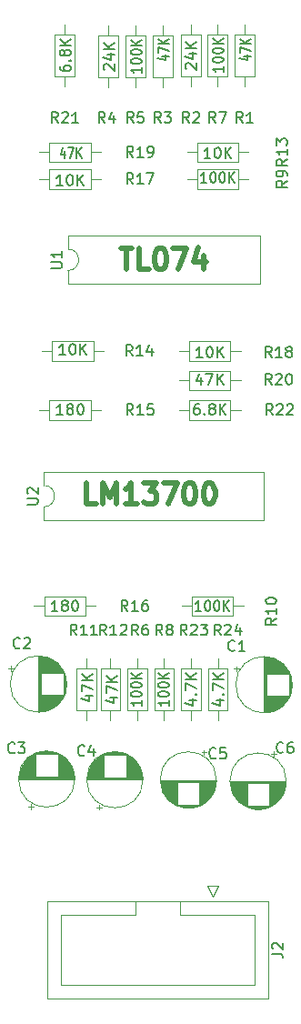
<source format=gto>
%TF.GenerationSoftware,KiCad,Pcbnew,(6.0.1)*%
%TF.CreationDate,2022-10-17T20:57:48-04:00*%
%TF.ProjectId,SYNTH-VCA2-01,53594e54-482d-4564-9341-322d30312e6b,rev?*%
%TF.SameCoordinates,Original*%
%TF.FileFunction,Legend,Top*%
%TF.FilePolarity,Positive*%
%FSLAX46Y46*%
G04 Gerber Fmt 4.6, Leading zero omitted, Abs format (unit mm)*
G04 Created by KiCad (PCBNEW (6.0.1)) date 2022-10-17 20:57:48*
%MOMM*%
%LPD*%
G01*
G04 APERTURE LIST*
%ADD10C,0.476250*%
%ADD11C,0.150000*%
%ADD12C,0.120000*%
G04 APERTURE END LIST*
D10*
X42445214Y-62964785D02*
X43533785Y-62964785D01*
X42989500Y-64869785D02*
X42989500Y-62964785D01*
X45075928Y-64869785D02*
X44168785Y-64869785D01*
X44168785Y-62964785D01*
X46073785Y-62964785D02*
X46255214Y-62964785D01*
X46436642Y-63055500D01*
X46527357Y-63146214D01*
X46618071Y-63327642D01*
X46708785Y-63690500D01*
X46708785Y-64144071D01*
X46618071Y-64506928D01*
X46527357Y-64688357D01*
X46436642Y-64779071D01*
X46255214Y-64869785D01*
X46073785Y-64869785D01*
X45892357Y-64779071D01*
X45801642Y-64688357D01*
X45710928Y-64506928D01*
X45620214Y-64144071D01*
X45620214Y-63690500D01*
X45710928Y-63327642D01*
X45801642Y-63146214D01*
X45892357Y-63055500D01*
X46073785Y-62964785D01*
X47343785Y-62964785D02*
X48613785Y-62964785D01*
X47797357Y-64869785D01*
X50155928Y-63599785D02*
X50155928Y-64869785D01*
X49702357Y-62874071D02*
X49248785Y-64234785D01*
X50428071Y-64234785D01*
X40177357Y-86713785D02*
X39270214Y-86713785D01*
X39270214Y-84808785D01*
X40812357Y-86713785D02*
X40812357Y-84808785D01*
X41447357Y-86169500D01*
X42082357Y-84808785D01*
X42082357Y-86713785D01*
X43987357Y-86713785D02*
X42898785Y-86713785D01*
X43443071Y-86713785D02*
X43443071Y-84808785D01*
X43261642Y-85080928D01*
X43080214Y-85262357D01*
X42898785Y-85353071D01*
X44622357Y-84808785D02*
X45801642Y-84808785D01*
X45166642Y-85534500D01*
X45438785Y-85534500D01*
X45620214Y-85625214D01*
X45710928Y-85715928D01*
X45801642Y-85897357D01*
X45801642Y-86350928D01*
X45710928Y-86532357D01*
X45620214Y-86623071D01*
X45438785Y-86713785D01*
X44894500Y-86713785D01*
X44713071Y-86623071D01*
X44622357Y-86532357D01*
X46436642Y-84808785D02*
X47706642Y-84808785D01*
X46890214Y-86713785D01*
X48795214Y-84808785D02*
X48976642Y-84808785D01*
X49158071Y-84899500D01*
X49248785Y-84990214D01*
X49339500Y-85171642D01*
X49430214Y-85534500D01*
X49430214Y-85988071D01*
X49339500Y-86350928D01*
X49248785Y-86532357D01*
X49158071Y-86623071D01*
X48976642Y-86713785D01*
X48795214Y-86713785D01*
X48613785Y-86623071D01*
X48523071Y-86532357D01*
X48432357Y-86350928D01*
X48341642Y-85988071D01*
X48341642Y-85534500D01*
X48432357Y-85171642D01*
X48523071Y-84990214D01*
X48613785Y-84899500D01*
X48795214Y-84808785D01*
X50609500Y-84808785D02*
X50790928Y-84808785D01*
X50972357Y-84899500D01*
X51063071Y-84990214D01*
X51153785Y-85171642D01*
X51244500Y-85534500D01*
X51244500Y-85988071D01*
X51153785Y-86350928D01*
X51063071Y-86532357D01*
X50972357Y-86623071D01*
X50790928Y-86713785D01*
X50609500Y-86713785D01*
X50428071Y-86623071D01*
X50337357Y-86532357D01*
X50246642Y-86350928D01*
X50155928Y-85988071D01*
X50155928Y-85534500D01*
X50246642Y-85171642D01*
X50337357Y-84990214D01*
X50428071Y-84899500D01*
X50609500Y-84808785D01*
D11*
%TO.C,R22*%
X56607129Y-78452376D02*
X56273796Y-77976186D01*
X56035701Y-78452376D02*
X56035701Y-77452376D01*
X56416653Y-77452376D01*
X56511891Y-77499996D01*
X56559510Y-77547615D01*
X56607129Y-77642853D01*
X56607129Y-77785710D01*
X56559510Y-77880948D01*
X56511891Y-77928567D01*
X56416653Y-77976186D01*
X56035701Y-77976186D01*
X56988082Y-77547615D02*
X57035701Y-77499996D01*
X57130939Y-77452376D01*
X57369034Y-77452376D01*
X57464272Y-77499996D01*
X57511891Y-77547615D01*
X57559510Y-77642853D01*
X57559510Y-77738091D01*
X57511891Y-77880948D01*
X56940463Y-78452376D01*
X57559510Y-78452376D01*
X57940463Y-77547615D02*
X57988082Y-77499996D01*
X58083320Y-77452376D01*
X58321415Y-77452376D01*
X58416653Y-77499996D01*
X58464272Y-77547615D01*
X58511891Y-77642853D01*
X58511891Y-77738091D01*
X58464272Y-77880948D01*
X57892844Y-78452376D01*
X58511891Y-78452376D01*
X49726177Y-77430380D02*
X49535701Y-77430380D01*
X49440463Y-77478000D01*
X49392844Y-77525619D01*
X49297606Y-77668476D01*
X49249987Y-77858952D01*
X49249987Y-78239904D01*
X49297606Y-78335142D01*
X49345225Y-78382761D01*
X49440463Y-78430380D01*
X49630939Y-78430380D01*
X49726177Y-78382761D01*
X49773796Y-78335142D01*
X49821415Y-78239904D01*
X49821415Y-78001809D01*
X49773796Y-77906571D01*
X49726177Y-77858952D01*
X49630939Y-77811333D01*
X49440463Y-77811333D01*
X49345225Y-77858952D01*
X49297606Y-77906571D01*
X49249987Y-78001809D01*
X50249987Y-78335142D02*
X50297606Y-78382761D01*
X50249987Y-78430380D01*
X50202367Y-78382761D01*
X50249987Y-78335142D01*
X50249987Y-78430380D01*
X50869034Y-77858952D02*
X50773796Y-77811333D01*
X50726177Y-77763714D01*
X50678558Y-77668476D01*
X50678558Y-77620857D01*
X50726177Y-77525619D01*
X50773796Y-77478000D01*
X50869034Y-77430380D01*
X51059510Y-77430380D01*
X51154748Y-77478000D01*
X51202367Y-77525619D01*
X51249987Y-77620857D01*
X51249987Y-77668476D01*
X51202367Y-77763714D01*
X51154748Y-77811333D01*
X51059510Y-77858952D01*
X50869034Y-77858952D01*
X50773796Y-77906571D01*
X50726177Y-77954190D01*
X50678558Y-78049428D01*
X50678558Y-78239904D01*
X50726177Y-78335142D01*
X50773796Y-78382761D01*
X50869034Y-78430380D01*
X51059510Y-78430380D01*
X51154748Y-78382761D01*
X51202367Y-78335142D01*
X51249987Y-78239904D01*
X51249987Y-78049428D01*
X51202367Y-77954190D01*
X51154748Y-77906571D01*
X51059510Y-77858952D01*
X51678558Y-78430380D02*
X51678558Y-77430380D01*
X52249987Y-78430380D02*
X51821415Y-77858952D01*
X52249987Y-77430380D02*
X51678558Y-78001809D01*
%TO.C,U1*%
X35997380Y-64776904D02*
X36806904Y-64776904D01*
X36902142Y-64729285D01*
X36949761Y-64681666D01*
X36997380Y-64586428D01*
X36997380Y-64395952D01*
X36949761Y-64300714D01*
X36902142Y-64253095D01*
X36806904Y-64205476D01*
X35997380Y-64205476D01*
X36997380Y-63205476D02*
X36997380Y-63776904D01*
X36997380Y-63491190D02*
X35997380Y-63491190D01*
X36140238Y-63586428D01*
X36235476Y-63681666D01*
X36283095Y-63776904D01*
%TO.C,U2*%
X33747380Y-86776904D02*
X34556904Y-86776904D01*
X34652142Y-86729285D01*
X34699761Y-86681666D01*
X34747380Y-86586428D01*
X34747380Y-86395952D01*
X34699761Y-86300714D01*
X34652142Y-86253095D01*
X34556904Y-86205476D01*
X33747380Y-86205476D01*
X33842619Y-85776904D02*
X33795000Y-85729285D01*
X33747380Y-85634047D01*
X33747380Y-85395952D01*
X33795000Y-85300714D01*
X33842619Y-85253095D01*
X33937857Y-85205476D01*
X34033095Y-85205476D01*
X34175952Y-85253095D01*
X34747380Y-85824523D01*
X34747380Y-85205476D01*
%TO.C,R21*%
X36607131Y-51252380D02*
X36273798Y-50776190D01*
X36035703Y-51252380D02*
X36035703Y-50252380D01*
X36416655Y-50252380D01*
X36511893Y-50300000D01*
X36559512Y-50347619D01*
X36607131Y-50442857D01*
X36607131Y-50585714D01*
X36559512Y-50680952D01*
X36511893Y-50728571D01*
X36416655Y-50776190D01*
X36035703Y-50776190D01*
X36988084Y-50347619D02*
X37035703Y-50300000D01*
X37130941Y-50252380D01*
X37369036Y-50252380D01*
X37464274Y-50300000D01*
X37511893Y-50347619D01*
X37559512Y-50442857D01*
X37559512Y-50538095D01*
X37511893Y-50680952D01*
X36940465Y-51252380D01*
X37559512Y-51252380D01*
X38511893Y-51252380D02*
X37940465Y-51252380D01*
X38226179Y-51252380D02*
X38226179Y-50252380D01*
X38130941Y-50395238D01*
X38035703Y-50490476D01*
X37940465Y-50538095D01*
X36790380Y-45981821D02*
X36790380Y-46172297D01*
X36838000Y-46267535D01*
X36885619Y-46315154D01*
X37028476Y-46410392D01*
X37218952Y-46458012D01*
X37599904Y-46458012D01*
X37695142Y-46410392D01*
X37742761Y-46362773D01*
X37790380Y-46267535D01*
X37790380Y-46077059D01*
X37742761Y-45981821D01*
X37695142Y-45934202D01*
X37599904Y-45886583D01*
X37361809Y-45886583D01*
X37266571Y-45934202D01*
X37218952Y-45981821D01*
X37171333Y-46077059D01*
X37171333Y-46267535D01*
X37218952Y-46362773D01*
X37266571Y-46410392D01*
X37361809Y-46458012D01*
X37695142Y-45458012D02*
X37742761Y-45410392D01*
X37790380Y-45458012D01*
X37742761Y-45505631D01*
X37695142Y-45458012D01*
X37790380Y-45458012D01*
X37218952Y-44838964D02*
X37171333Y-44934202D01*
X37123714Y-44981821D01*
X37028476Y-45029440D01*
X36980857Y-45029440D01*
X36885619Y-44981821D01*
X36838000Y-44934202D01*
X36790380Y-44838964D01*
X36790380Y-44648488D01*
X36838000Y-44553250D01*
X36885619Y-44505631D01*
X36980857Y-44458012D01*
X37028476Y-44458012D01*
X37123714Y-44505631D01*
X37171333Y-44553250D01*
X37218952Y-44648488D01*
X37218952Y-44838964D01*
X37266571Y-44934202D01*
X37314190Y-44981821D01*
X37409428Y-45029440D01*
X37599904Y-45029440D01*
X37695142Y-44981821D01*
X37742761Y-44934202D01*
X37790380Y-44838964D01*
X37790380Y-44648488D01*
X37742761Y-44553250D01*
X37695142Y-44505631D01*
X37599904Y-44458012D01*
X37409428Y-44458012D01*
X37314190Y-44505631D01*
X37266571Y-44553250D01*
X37218952Y-44648488D01*
X37790380Y-44029440D02*
X36790380Y-44029440D01*
X37790380Y-43458012D02*
X37218952Y-43886583D01*
X36790380Y-43458012D02*
X37361809Y-44029440D01*
%TO.C,R12*%
X41107135Y-98952375D02*
X40773802Y-98476185D01*
X40535707Y-98952375D02*
X40535707Y-97952375D01*
X40916659Y-97952375D01*
X41011897Y-97999995D01*
X41059516Y-98047614D01*
X41107135Y-98142852D01*
X41107135Y-98285709D01*
X41059516Y-98380947D01*
X41011897Y-98428566D01*
X40916659Y-98476185D01*
X40535707Y-98476185D01*
X42059516Y-98952375D02*
X41488088Y-98952375D01*
X41773802Y-98952375D02*
X41773802Y-97952375D01*
X41678564Y-98095233D01*
X41583326Y-98190471D01*
X41488088Y-98238090D01*
X42440469Y-98047614D02*
X42488088Y-97999995D01*
X42583326Y-97952375D01*
X42821421Y-97952375D01*
X42916659Y-97999995D01*
X42964278Y-98047614D01*
X43011897Y-98142852D01*
X43011897Y-98238090D01*
X42964278Y-98380947D01*
X42392850Y-98952375D01*
X43011897Y-98952375D01*
X41453714Y-104785709D02*
X42120380Y-104785709D01*
X41072761Y-105023804D02*
X41787047Y-105261899D01*
X41787047Y-104642852D01*
X41120380Y-104357137D02*
X41120380Y-103690471D01*
X42120380Y-104119042D01*
X42120380Y-103309518D02*
X41120380Y-103309518D01*
X42120380Y-102738090D02*
X41548952Y-103166661D01*
X41120380Y-102738090D02*
X41691809Y-103309518D01*
%TO.C,C4*%
X39083333Y-110107142D02*
X39035714Y-110154761D01*
X38892857Y-110202380D01*
X38797619Y-110202380D01*
X38654761Y-110154761D01*
X38559523Y-110059523D01*
X38511904Y-109964285D01*
X38464285Y-109773809D01*
X38464285Y-109630952D01*
X38511904Y-109440476D01*
X38559523Y-109345238D01*
X38654761Y-109250000D01*
X38797619Y-109202380D01*
X38892857Y-109202380D01*
X39035714Y-109250000D01*
X39083333Y-109297619D01*
X39940476Y-109535714D02*
X39940476Y-110202380D01*
X39702380Y-109154761D02*
X39464285Y-109869047D01*
X40083333Y-109869047D01*
%TO.C,R7*%
X51268333Y-51252380D02*
X50935000Y-50776190D01*
X50696904Y-51252380D02*
X50696904Y-50252380D01*
X51077857Y-50252380D01*
X51173095Y-50300000D01*
X51220714Y-50347619D01*
X51268333Y-50442857D01*
X51268333Y-50585714D01*
X51220714Y-50680952D01*
X51173095Y-50728571D01*
X51077857Y-50776190D01*
X50696904Y-50776190D01*
X51601666Y-50252380D02*
X52268333Y-50252380D01*
X51839761Y-51252380D01*
X52014380Y-45995166D02*
X52014380Y-46503166D01*
X52014380Y-46249166D02*
X51014380Y-46249166D01*
X51157238Y-46333833D01*
X51252476Y-46418500D01*
X51300095Y-46503166D01*
X51014380Y-45444833D02*
X51014380Y-45360166D01*
X51062000Y-45275500D01*
X51109619Y-45233166D01*
X51204857Y-45190833D01*
X51395333Y-45148500D01*
X51633428Y-45148500D01*
X51823904Y-45190833D01*
X51919142Y-45233166D01*
X51966761Y-45275500D01*
X52014380Y-45360166D01*
X52014380Y-45444833D01*
X51966761Y-45529500D01*
X51919142Y-45571833D01*
X51823904Y-45614166D01*
X51633428Y-45656500D01*
X51395333Y-45656500D01*
X51204857Y-45614166D01*
X51109619Y-45571833D01*
X51062000Y-45529500D01*
X51014380Y-45444833D01*
X51014380Y-44598166D02*
X51014380Y-44513500D01*
X51062000Y-44428833D01*
X51109619Y-44386500D01*
X51204857Y-44344166D01*
X51395333Y-44301833D01*
X51633428Y-44301833D01*
X51823904Y-44344166D01*
X51919142Y-44386500D01*
X51966761Y-44428833D01*
X52014380Y-44513500D01*
X52014380Y-44598166D01*
X51966761Y-44682833D01*
X51919142Y-44725166D01*
X51823904Y-44767500D01*
X51633428Y-44809833D01*
X51395333Y-44809833D01*
X51204857Y-44767500D01*
X51109619Y-44725166D01*
X51062000Y-44682833D01*
X51014380Y-44598166D01*
X52014380Y-43920833D02*
X51014380Y-43920833D01*
X52014380Y-43412833D02*
X51442952Y-43793833D01*
X51014380Y-43412833D02*
X51585809Y-43920833D01*
%TO.C,R16*%
X43107131Y-96702378D02*
X42773798Y-96226188D01*
X42535703Y-96702378D02*
X42535703Y-95702378D01*
X42916655Y-95702378D01*
X43011893Y-95749998D01*
X43059512Y-95797617D01*
X43107131Y-95892855D01*
X43107131Y-96035712D01*
X43059512Y-96130950D01*
X43011893Y-96178569D01*
X42916655Y-96226188D01*
X42535703Y-96226188D01*
X44059512Y-96702378D02*
X43488084Y-96702378D01*
X43773798Y-96702378D02*
X43773798Y-95702378D01*
X43678560Y-95845236D01*
X43583322Y-95940474D01*
X43488084Y-95988093D01*
X44916655Y-95702378D02*
X44726179Y-95702378D01*
X44630941Y-95749998D01*
X44583322Y-95797617D01*
X44488084Y-95940474D01*
X44440465Y-96130950D01*
X44440465Y-96511902D01*
X44488084Y-96607140D01*
X44535703Y-96654759D01*
X44630941Y-96702378D01*
X44821417Y-96702378D01*
X44916655Y-96654759D01*
X44964274Y-96607140D01*
X45011893Y-96511902D01*
X45011893Y-96273807D01*
X44964274Y-96178569D01*
X44916655Y-96130950D01*
X44821417Y-96083331D01*
X44630941Y-96083331D01*
X44535703Y-96130950D01*
X44488084Y-96178569D01*
X44440465Y-96273807D01*
X36583322Y-96718380D02*
X36011893Y-96718380D01*
X36297608Y-96718380D02*
X36297608Y-95718380D01*
X36202369Y-95861238D01*
X36107131Y-95956476D01*
X36011893Y-96004095D01*
X37154750Y-96146952D02*
X37059512Y-96099333D01*
X37011893Y-96051714D01*
X36964274Y-95956476D01*
X36964274Y-95908857D01*
X37011893Y-95813619D01*
X37059512Y-95766000D01*
X37154750Y-95718380D01*
X37345227Y-95718380D01*
X37440465Y-95766000D01*
X37488084Y-95813619D01*
X37535703Y-95908857D01*
X37535703Y-95956476D01*
X37488084Y-96051714D01*
X37440465Y-96099333D01*
X37345227Y-96146952D01*
X37154750Y-96146952D01*
X37059512Y-96194571D01*
X37011893Y-96242190D01*
X36964274Y-96337428D01*
X36964274Y-96527904D01*
X37011893Y-96623142D01*
X37059512Y-96670761D01*
X37154750Y-96718380D01*
X37345227Y-96718380D01*
X37440465Y-96670761D01*
X37488084Y-96623142D01*
X37535703Y-96527904D01*
X37535703Y-96337428D01*
X37488084Y-96242190D01*
X37440465Y-96194571D01*
X37345227Y-96146952D01*
X38154750Y-95718380D02*
X38249989Y-95718380D01*
X38345227Y-95766000D01*
X38392846Y-95813619D01*
X38440465Y-95908857D01*
X38488084Y-96099333D01*
X38488084Y-96337428D01*
X38440465Y-96527904D01*
X38392846Y-96623142D01*
X38345227Y-96670761D01*
X38249989Y-96718380D01*
X38154750Y-96718380D01*
X38059512Y-96670761D01*
X38011893Y-96623142D01*
X37964274Y-96527904D01*
X37916655Y-96337428D01*
X37916655Y-96099333D01*
X37964274Y-95908857D01*
X38011893Y-95813619D01*
X38059512Y-95766000D01*
X38154750Y-95718380D01*
%TO.C,R5*%
X43648333Y-51252380D02*
X43315000Y-50776190D01*
X43076904Y-51252380D02*
X43076904Y-50252380D01*
X43457857Y-50252380D01*
X43553095Y-50300000D01*
X43600714Y-50347619D01*
X43648333Y-50442857D01*
X43648333Y-50585714D01*
X43600714Y-50680952D01*
X43553095Y-50728571D01*
X43457857Y-50776190D01*
X43076904Y-50776190D01*
X44553095Y-50252380D02*
X44076904Y-50252380D01*
X44029285Y-50728571D01*
X44076904Y-50680952D01*
X44172142Y-50633333D01*
X44410238Y-50633333D01*
X44505476Y-50680952D01*
X44553095Y-50728571D01*
X44600714Y-50823809D01*
X44600714Y-51061904D01*
X44553095Y-51157142D01*
X44505476Y-51204761D01*
X44410238Y-51252380D01*
X44172142Y-51252380D01*
X44076904Y-51204761D01*
X44029285Y-51157142D01*
X44394380Y-46122166D02*
X44394380Y-46630166D01*
X44394380Y-46376166D02*
X43394380Y-46376166D01*
X43537238Y-46460833D01*
X43632476Y-46545500D01*
X43680095Y-46630166D01*
X43394380Y-45571833D02*
X43394380Y-45487166D01*
X43442000Y-45402500D01*
X43489619Y-45360166D01*
X43584857Y-45317833D01*
X43775333Y-45275500D01*
X44013428Y-45275500D01*
X44203904Y-45317833D01*
X44299142Y-45360166D01*
X44346761Y-45402500D01*
X44394380Y-45487166D01*
X44394380Y-45571833D01*
X44346761Y-45656500D01*
X44299142Y-45698833D01*
X44203904Y-45741166D01*
X44013428Y-45783500D01*
X43775333Y-45783500D01*
X43584857Y-45741166D01*
X43489619Y-45698833D01*
X43442000Y-45656500D01*
X43394380Y-45571833D01*
X43394380Y-44725166D02*
X43394380Y-44640500D01*
X43442000Y-44555833D01*
X43489619Y-44513500D01*
X43584857Y-44471166D01*
X43775333Y-44428833D01*
X44013428Y-44428833D01*
X44203904Y-44471166D01*
X44299142Y-44513500D01*
X44346761Y-44555833D01*
X44394380Y-44640500D01*
X44394380Y-44725166D01*
X44346761Y-44809833D01*
X44299142Y-44852166D01*
X44203904Y-44894500D01*
X44013428Y-44936833D01*
X43775333Y-44936833D01*
X43584857Y-44894500D01*
X43489619Y-44852166D01*
X43442000Y-44809833D01*
X43394380Y-44725166D01*
X44394380Y-44047833D02*
X43394380Y-44047833D01*
X44394380Y-43539833D02*
X43822952Y-43920833D01*
X43394380Y-43539833D02*
X43965809Y-44047833D01*
%TO.C,R15*%
X43607130Y-78452376D02*
X43273797Y-77976186D01*
X43035702Y-78452376D02*
X43035702Y-77452376D01*
X43416654Y-77452376D01*
X43511892Y-77499996D01*
X43559511Y-77547615D01*
X43607130Y-77642853D01*
X43607130Y-77785710D01*
X43559511Y-77880948D01*
X43511892Y-77928567D01*
X43416654Y-77976186D01*
X43035702Y-77976186D01*
X44559511Y-78452376D02*
X43988083Y-78452376D01*
X44273797Y-78452376D02*
X44273797Y-77452376D01*
X44178559Y-77595234D01*
X44083321Y-77690472D01*
X43988083Y-77738091D01*
X45464273Y-77452376D02*
X44988083Y-77452376D01*
X44940464Y-77928567D01*
X44988083Y-77880948D01*
X45083321Y-77833329D01*
X45321416Y-77833329D01*
X45416654Y-77880948D01*
X45464273Y-77928567D01*
X45511892Y-78023805D01*
X45511892Y-78261900D01*
X45464273Y-78357138D01*
X45416654Y-78404757D01*
X45321416Y-78452376D01*
X45083321Y-78452376D01*
X44988083Y-78404757D01*
X44940464Y-78357138D01*
X37083321Y-78430380D02*
X36511892Y-78430380D01*
X36797607Y-78430380D02*
X36797607Y-77430380D01*
X36702368Y-77573238D01*
X36607130Y-77668476D01*
X36511892Y-77716095D01*
X37654749Y-77858952D02*
X37559511Y-77811333D01*
X37511892Y-77763714D01*
X37464273Y-77668476D01*
X37464273Y-77620857D01*
X37511892Y-77525619D01*
X37559511Y-77478000D01*
X37654749Y-77430380D01*
X37845226Y-77430380D01*
X37940464Y-77478000D01*
X37988083Y-77525619D01*
X38035702Y-77620857D01*
X38035702Y-77668476D01*
X37988083Y-77763714D01*
X37940464Y-77811333D01*
X37845226Y-77858952D01*
X37654749Y-77858952D01*
X37559511Y-77906571D01*
X37511892Y-77954190D01*
X37464273Y-78049428D01*
X37464273Y-78239904D01*
X37511892Y-78335142D01*
X37559511Y-78382761D01*
X37654749Y-78430380D01*
X37845226Y-78430380D01*
X37940464Y-78382761D01*
X37988083Y-78335142D01*
X38035702Y-78239904D01*
X38035702Y-78049428D01*
X37988083Y-77954190D01*
X37940464Y-77906571D01*
X37845226Y-77858952D01*
X38654749Y-77430380D02*
X38749988Y-77430380D01*
X38845226Y-77478000D01*
X38892845Y-77525619D01*
X38940464Y-77620857D01*
X38988083Y-77811333D01*
X38988083Y-78049428D01*
X38940464Y-78239904D01*
X38892845Y-78335142D01*
X38845226Y-78382761D01*
X38749988Y-78430380D01*
X38654749Y-78430380D01*
X38559511Y-78382761D01*
X38511892Y-78335142D01*
X38464273Y-78239904D01*
X38416654Y-78049428D01*
X38416654Y-77811333D01*
X38464273Y-77620857D01*
X38511892Y-77525619D01*
X38559511Y-77478000D01*
X38654749Y-77430380D01*
%TO.C,C2*%
X33083333Y-100107142D02*
X33035714Y-100154761D01*
X32892857Y-100202380D01*
X32797619Y-100202380D01*
X32654761Y-100154761D01*
X32559523Y-100059523D01*
X32511904Y-99964285D01*
X32464285Y-99773809D01*
X32464285Y-99630952D01*
X32511904Y-99440476D01*
X32559523Y-99345238D01*
X32654761Y-99250000D01*
X32797619Y-99202380D01*
X32892857Y-99202380D01*
X33035714Y-99250000D01*
X33083333Y-99297619D01*
X33464285Y-99297619D02*
X33511904Y-99250000D01*
X33607142Y-99202380D01*
X33845238Y-99202380D01*
X33940476Y-99250000D01*
X33988095Y-99297619D01*
X34035714Y-99392857D01*
X34035714Y-99488095D01*
X33988095Y-99630952D01*
X33416666Y-100202380D01*
X34035714Y-100202380D01*
%TO.C,C3*%
X32583333Y-109857142D02*
X32535714Y-109904761D01*
X32392857Y-109952380D01*
X32297619Y-109952380D01*
X32154761Y-109904761D01*
X32059523Y-109809523D01*
X32011904Y-109714285D01*
X31964285Y-109523809D01*
X31964285Y-109380952D01*
X32011904Y-109190476D01*
X32059523Y-109095238D01*
X32154761Y-109000000D01*
X32297619Y-108952380D01*
X32392857Y-108952380D01*
X32535714Y-109000000D01*
X32583333Y-109047619D01*
X32916666Y-108952380D02*
X33535714Y-108952380D01*
X33202380Y-109333333D01*
X33345238Y-109333333D01*
X33440476Y-109380952D01*
X33488095Y-109428571D01*
X33535714Y-109523809D01*
X33535714Y-109761904D01*
X33488095Y-109857142D01*
X33440476Y-109904761D01*
X33345238Y-109952380D01*
X33059523Y-109952380D01*
X32964285Y-109904761D01*
X32916666Y-109857142D01*
%TO.C,R17*%
X43607130Y-56952369D02*
X43273797Y-56476179D01*
X43035702Y-56952369D02*
X43035702Y-55952369D01*
X43416654Y-55952369D01*
X43511892Y-55999989D01*
X43559511Y-56047608D01*
X43607130Y-56142846D01*
X43607130Y-56285703D01*
X43559511Y-56380941D01*
X43511892Y-56428560D01*
X43416654Y-56476179D01*
X43035702Y-56476179D01*
X44559511Y-56952369D02*
X43988083Y-56952369D01*
X44273797Y-56952369D02*
X44273797Y-55952369D01*
X44178559Y-56095227D01*
X44083321Y-56190465D01*
X43988083Y-56238084D01*
X44892845Y-55952369D02*
X45559511Y-55952369D01*
X45130940Y-56952369D01*
X37059511Y-57094380D02*
X36488083Y-57094380D01*
X36773797Y-57094380D02*
X36773797Y-56094380D01*
X36678559Y-56237238D01*
X36583321Y-56332476D01*
X36488083Y-56380095D01*
X37678559Y-56094380D02*
X37773797Y-56094380D01*
X37869035Y-56142000D01*
X37916654Y-56189619D01*
X37964273Y-56284857D01*
X38011892Y-56475333D01*
X38011892Y-56713428D01*
X37964273Y-56903904D01*
X37916654Y-56999142D01*
X37869035Y-57046761D01*
X37773797Y-57094380D01*
X37678559Y-57094380D01*
X37583321Y-57046761D01*
X37535702Y-56999142D01*
X37488083Y-56903904D01*
X37440464Y-56713428D01*
X37440464Y-56475333D01*
X37488083Y-56284857D01*
X37535702Y-56189619D01*
X37583321Y-56142000D01*
X37678559Y-56094380D01*
X38440464Y-57094380D02*
X38440464Y-56094380D01*
X39011892Y-57094380D02*
X38583321Y-56522952D01*
X39011892Y-56094380D02*
X38440464Y-56665809D01*
%TO.C,R18*%
X56507129Y-73096387D02*
X56173796Y-72620197D01*
X55935701Y-73096387D02*
X55935701Y-72096387D01*
X56316653Y-72096387D01*
X56411891Y-72144007D01*
X56459510Y-72191626D01*
X56507129Y-72286864D01*
X56507129Y-72429721D01*
X56459510Y-72524959D01*
X56411891Y-72572578D01*
X56316653Y-72620197D01*
X55935701Y-72620197D01*
X57459510Y-73096387D02*
X56888082Y-73096387D01*
X57173796Y-73096387D02*
X57173796Y-72096387D01*
X57078558Y-72239245D01*
X56983320Y-72334483D01*
X56888082Y-72382102D01*
X58030939Y-72524959D02*
X57935701Y-72477340D01*
X57888082Y-72429721D01*
X57840463Y-72334483D01*
X57840463Y-72286864D01*
X57888082Y-72191626D01*
X57935701Y-72144007D01*
X58030939Y-72096387D01*
X58221415Y-72096387D01*
X58316653Y-72144007D01*
X58364272Y-72191626D01*
X58411891Y-72286864D01*
X58411891Y-72334483D01*
X58364272Y-72429721D01*
X58316653Y-72477340D01*
X58221415Y-72524959D01*
X58030939Y-72524959D01*
X57935701Y-72572578D01*
X57888082Y-72620197D01*
X57840463Y-72715435D01*
X57840463Y-72905911D01*
X57888082Y-73001149D01*
X57935701Y-73048768D01*
X58030939Y-73096387D01*
X58221415Y-73096387D01*
X58316653Y-73048768D01*
X58364272Y-73001149D01*
X58411891Y-72905911D01*
X58411891Y-72715435D01*
X58364272Y-72620197D01*
X58316653Y-72572578D01*
X58221415Y-72524959D01*
X50059510Y-73096380D02*
X49488082Y-73096380D01*
X49773796Y-73096380D02*
X49773796Y-72096380D01*
X49678558Y-72239238D01*
X49583320Y-72334476D01*
X49488082Y-72382095D01*
X50678558Y-72096380D02*
X50773796Y-72096380D01*
X50869034Y-72144000D01*
X50916653Y-72191619D01*
X50964272Y-72286857D01*
X51011891Y-72477333D01*
X51011891Y-72715428D01*
X50964272Y-72905904D01*
X50916653Y-73001142D01*
X50869034Y-73048761D01*
X50773796Y-73096380D01*
X50678558Y-73096380D01*
X50583320Y-73048761D01*
X50535701Y-73001142D01*
X50488082Y-72905904D01*
X50440463Y-72715428D01*
X50440463Y-72477333D01*
X50488082Y-72286857D01*
X50535701Y-72191619D01*
X50583320Y-72144000D01*
X50678558Y-72096380D01*
X51440463Y-73096380D02*
X51440463Y-72096380D01*
X52011891Y-73096380D02*
X51583320Y-72524952D01*
X52011891Y-72096380D02*
X51440463Y-72667809D01*
%TO.C,R8*%
X46333342Y-98952375D02*
X46000009Y-98476185D01*
X45761913Y-98952375D02*
X45761913Y-97952375D01*
X46142866Y-97952375D01*
X46238104Y-97999995D01*
X46285723Y-98047614D01*
X46333342Y-98142852D01*
X46333342Y-98285709D01*
X46285723Y-98380947D01*
X46238104Y-98428566D01*
X46142866Y-98476185D01*
X45761913Y-98476185D01*
X46904770Y-98380947D02*
X46809532Y-98333328D01*
X46761913Y-98285709D01*
X46714294Y-98190471D01*
X46714294Y-98142852D01*
X46761913Y-98047614D01*
X46809532Y-97999995D01*
X46904770Y-97952375D01*
X47095247Y-97952375D01*
X47190485Y-97999995D01*
X47238104Y-98047614D01*
X47285723Y-98142852D01*
X47285723Y-98190471D01*
X47238104Y-98285709D01*
X47190485Y-98333328D01*
X47095247Y-98380947D01*
X46904770Y-98380947D01*
X46809532Y-98428566D01*
X46761913Y-98476185D01*
X46714294Y-98571423D01*
X46714294Y-98761899D01*
X46761913Y-98857137D01*
X46809532Y-98904756D01*
X46904770Y-98952375D01*
X47095247Y-98952375D01*
X47190485Y-98904756D01*
X47238104Y-98857137D01*
X47285723Y-98761899D01*
X47285723Y-98571423D01*
X47238104Y-98476185D01*
X47190485Y-98428566D01*
X47095247Y-98380947D01*
X46946369Y-105037161D02*
X46946369Y-105545161D01*
X46946369Y-105291161D02*
X45946369Y-105291161D01*
X46089227Y-105375828D01*
X46184465Y-105460495D01*
X46232084Y-105545161D01*
X45946369Y-104486828D02*
X45946369Y-104402161D01*
X45993989Y-104317495D01*
X46041608Y-104275161D01*
X46136846Y-104232828D01*
X46327322Y-104190495D01*
X46565417Y-104190495D01*
X46755893Y-104232828D01*
X46851131Y-104275161D01*
X46898750Y-104317495D01*
X46946369Y-104402161D01*
X46946369Y-104486828D01*
X46898750Y-104571495D01*
X46851131Y-104613828D01*
X46755893Y-104656161D01*
X46565417Y-104698495D01*
X46327322Y-104698495D01*
X46136846Y-104656161D01*
X46041608Y-104613828D01*
X45993989Y-104571495D01*
X45946369Y-104486828D01*
X45946369Y-103640161D02*
X45946369Y-103555495D01*
X45993989Y-103470828D01*
X46041608Y-103428495D01*
X46136846Y-103386161D01*
X46327322Y-103343828D01*
X46565417Y-103343828D01*
X46755893Y-103386161D01*
X46851131Y-103428495D01*
X46898750Y-103470828D01*
X46946369Y-103555495D01*
X46946369Y-103640161D01*
X46898750Y-103724828D01*
X46851131Y-103767161D01*
X46755893Y-103809495D01*
X46565417Y-103851828D01*
X46327322Y-103851828D01*
X46136846Y-103809495D01*
X46041608Y-103767161D01*
X45993989Y-103724828D01*
X45946369Y-103640161D01*
X46946369Y-102962828D02*
X45946369Y-102962828D01*
X46946369Y-102454828D02*
X46374941Y-102835828D01*
X45946369Y-102454828D02*
X46517798Y-102962828D01*
%TO.C,R13*%
X57952379Y-54642851D02*
X57476189Y-54976184D01*
X57952379Y-55214279D02*
X56952379Y-55214279D01*
X56952379Y-54833327D01*
X56999999Y-54738089D01*
X57047618Y-54690470D01*
X57142856Y-54642851D01*
X57285713Y-54642851D01*
X57380951Y-54690470D01*
X57428570Y-54738089D01*
X57476189Y-54833327D01*
X57476189Y-55214279D01*
X57952379Y-53690470D02*
X57952379Y-54261898D01*
X57952379Y-53976184D02*
X56952379Y-53976184D01*
X57095237Y-54071422D01*
X57190475Y-54166660D01*
X57238094Y-54261898D01*
X56952379Y-53357136D02*
X56952379Y-52738089D01*
X57333332Y-53071422D01*
X57333332Y-52928565D01*
X57380951Y-52833327D01*
X57428570Y-52785708D01*
X57523808Y-52738089D01*
X57761903Y-52738089D01*
X57857141Y-52785708D01*
X57904760Y-52833327D01*
X57952379Y-52928565D01*
X57952379Y-53214279D01*
X57904760Y-53309517D01*
X57857141Y-53357136D01*
X50809522Y-54554380D02*
X50238094Y-54554380D01*
X50523808Y-54554380D02*
X50523808Y-53554380D01*
X50428570Y-53697238D01*
X50333332Y-53792476D01*
X50238094Y-53840095D01*
X51428570Y-53554380D02*
X51523808Y-53554380D01*
X51619046Y-53602000D01*
X51666665Y-53649619D01*
X51714284Y-53744857D01*
X51761903Y-53935333D01*
X51761903Y-54173428D01*
X51714284Y-54363904D01*
X51666665Y-54459142D01*
X51619046Y-54506761D01*
X51523808Y-54554380D01*
X51428570Y-54554380D01*
X51333332Y-54506761D01*
X51285713Y-54459142D01*
X51238094Y-54363904D01*
X51190475Y-54173428D01*
X51190475Y-53935333D01*
X51238094Y-53744857D01*
X51285713Y-53649619D01*
X51333332Y-53602000D01*
X51428570Y-53554380D01*
X52190475Y-54554380D02*
X52190475Y-53554380D01*
X52761903Y-54554380D02*
X52333332Y-53982952D01*
X52761903Y-53554380D02*
X52190475Y-54125809D01*
%TO.C,R4*%
X40981333Y-51252380D02*
X40648000Y-50776190D01*
X40409904Y-51252380D02*
X40409904Y-50252380D01*
X40790857Y-50252380D01*
X40886095Y-50300000D01*
X40933714Y-50347619D01*
X40981333Y-50442857D01*
X40981333Y-50585714D01*
X40933714Y-50680952D01*
X40886095Y-50728571D01*
X40790857Y-50776190D01*
X40409904Y-50776190D01*
X41838476Y-50585714D02*
X41838476Y-51252380D01*
X41600380Y-50204761D02*
X41362285Y-50919047D01*
X41981333Y-50919047D01*
X40949619Y-46346904D02*
X40902000Y-46299285D01*
X40854380Y-46204047D01*
X40854380Y-45965952D01*
X40902000Y-45870714D01*
X40949619Y-45823095D01*
X41044857Y-45775476D01*
X41140095Y-45775476D01*
X41282952Y-45823095D01*
X41854380Y-46394523D01*
X41854380Y-45775476D01*
X41187714Y-44918333D02*
X41854380Y-44918333D01*
X40806761Y-45156428D02*
X41521047Y-45394523D01*
X41521047Y-44775476D01*
X41854380Y-44394523D02*
X40854380Y-44394523D01*
X41854380Y-43823095D02*
X41282952Y-44251666D01*
X40854380Y-43823095D02*
X41425809Y-44394523D01*
%TO.C,R6*%
X44083321Y-98952375D02*
X43749988Y-98476185D01*
X43511892Y-98952375D02*
X43511892Y-97952375D01*
X43892845Y-97952375D01*
X43988083Y-97999995D01*
X44035702Y-98047614D01*
X44083321Y-98142852D01*
X44083321Y-98285709D01*
X44035702Y-98380947D01*
X43988083Y-98428566D01*
X43892845Y-98476185D01*
X43511892Y-98476185D01*
X44940464Y-97952375D02*
X44749988Y-97952375D01*
X44654749Y-97999995D01*
X44607130Y-98047614D01*
X44511892Y-98190471D01*
X44464273Y-98380947D01*
X44464273Y-98761899D01*
X44511892Y-98857137D01*
X44559511Y-98904756D01*
X44654749Y-98952375D01*
X44845226Y-98952375D01*
X44940464Y-98904756D01*
X44988083Y-98857137D01*
X45035702Y-98761899D01*
X45035702Y-98523804D01*
X44988083Y-98428566D01*
X44940464Y-98380947D01*
X44845226Y-98333328D01*
X44654749Y-98333328D01*
X44559511Y-98380947D01*
X44511892Y-98428566D01*
X44464273Y-98523804D01*
X44406369Y-105037161D02*
X44406369Y-105545161D01*
X44406369Y-105291161D02*
X43406369Y-105291161D01*
X43549227Y-105375828D01*
X43644465Y-105460495D01*
X43692084Y-105545161D01*
X43406369Y-104486828D02*
X43406369Y-104402161D01*
X43453989Y-104317495D01*
X43501608Y-104275161D01*
X43596846Y-104232828D01*
X43787322Y-104190495D01*
X44025417Y-104190495D01*
X44215893Y-104232828D01*
X44311131Y-104275161D01*
X44358750Y-104317495D01*
X44406369Y-104402161D01*
X44406369Y-104486828D01*
X44358750Y-104571495D01*
X44311131Y-104613828D01*
X44215893Y-104656161D01*
X44025417Y-104698495D01*
X43787322Y-104698495D01*
X43596846Y-104656161D01*
X43501608Y-104613828D01*
X43453989Y-104571495D01*
X43406369Y-104486828D01*
X43406369Y-103640161D02*
X43406369Y-103555495D01*
X43453989Y-103470828D01*
X43501608Y-103428495D01*
X43596846Y-103386161D01*
X43787322Y-103343828D01*
X44025417Y-103343828D01*
X44215893Y-103386161D01*
X44311131Y-103428495D01*
X44358750Y-103470828D01*
X44406369Y-103555495D01*
X44406369Y-103640161D01*
X44358750Y-103724828D01*
X44311131Y-103767161D01*
X44215893Y-103809495D01*
X44025417Y-103851828D01*
X43787322Y-103851828D01*
X43596846Y-103809495D01*
X43501608Y-103767161D01*
X43453989Y-103724828D01*
X43406369Y-103640161D01*
X44406369Y-102962828D02*
X43406369Y-102962828D01*
X44406369Y-102454828D02*
X43834941Y-102835828D01*
X43406369Y-102454828D02*
X43977798Y-102962828D01*
%TO.C,R14*%
X43553142Y-72952387D02*
X43219809Y-72476197D01*
X42981714Y-72952387D02*
X42981714Y-71952387D01*
X43362666Y-71952387D01*
X43457904Y-72000007D01*
X43505523Y-72047626D01*
X43553142Y-72142864D01*
X43553142Y-72285721D01*
X43505523Y-72380959D01*
X43457904Y-72428578D01*
X43362666Y-72476197D01*
X42981714Y-72476197D01*
X44505523Y-72952387D02*
X43934095Y-72952387D01*
X44219809Y-72952387D02*
X44219809Y-71952387D01*
X44124571Y-72095245D01*
X44029333Y-72190483D01*
X43934095Y-72238102D01*
X45362666Y-72285721D02*
X45362666Y-72952387D01*
X45124571Y-71904768D02*
X44886476Y-72619054D01*
X45505523Y-72619054D01*
X37309523Y-72842380D02*
X36738095Y-72842380D01*
X37023809Y-72842380D02*
X37023809Y-71842380D01*
X36928571Y-71985238D01*
X36833333Y-72080476D01*
X36738095Y-72128095D01*
X37928571Y-71842380D02*
X38023809Y-71842380D01*
X38119047Y-71890000D01*
X38166666Y-71937619D01*
X38214285Y-72032857D01*
X38261904Y-72223333D01*
X38261904Y-72461428D01*
X38214285Y-72651904D01*
X38166666Y-72747142D01*
X38119047Y-72794761D01*
X38023809Y-72842380D01*
X37928571Y-72842380D01*
X37833333Y-72794761D01*
X37785714Y-72747142D01*
X37738095Y-72651904D01*
X37690476Y-72461428D01*
X37690476Y-72223333D01*
X37738095Y-72032857D01*
X37785714Y-71937619D01*
X37833333Y-71890000D01*
X37928571Y-71842380D01*
X38690476Y-72842380D02*
X38690476Y-71842380D01*
X39261904Y-72842380D02*
X38833333Y-72270952D01*
X39261904Y-71842380D02*
X38690476Y-72413809D01*
%TO.C,C1*%
X53073446Y-100357142D02*
X53025827Y-100404761D01*
X52882970Y-100452380D01*
X52787732Y-100452380D01*
X52644874Y-100404761D01*
X52549636Y-100309523D01*
X52502017Y-100214285D01*
X52454398Y-100023809D01*
X52454398Y-99880952D01*
X52502017Y-99690476D01*
X52549636Y-99595238D01*
X52644874Y-99500000D01*
X52787732Y-99452380D01*
X52882970Y-99452380D01*
X53025827Y-99500000D01*
X53073446Y-99547619D01*
X54025827Y-100452380D02*
X53454398Y-100452380D01*
X53740113Y-100452380D02*
X53740113Y-99452380D01*
X53644874Y-99595238D01*
X53549636Y-99690476D01*
X53454398Y-99738095D01*
%TO.C,R3*%
X46188333Y-51252380D02*
X45855000Y-50776190D01*
X45616904Y-51252380D02*
X45616904Y-50252380D01*
X45997857Y-50252380D01*
X46093095Y-50300000D01*
X46140714Y-50347619D01*
X46188333Y-50442857D01*
X46188333Y-50585714D01*
X46140714Y-50680952D01*
X46093095Y-50728571D01*
X45997857Y-50776190D01*
X45616904Y-50776190D01*
X46521666Y-50252380D02*
X47140714Y-50252380D01*
X46807380Y-50633333D01*
X46950238Y-50633333D01*
X47045476Y-50680952D01*
X47093095Y-50728571D01*
X47140714Y-50823809D01*
X47140714Y-51061904D01*
X47093095Y-51157142D01*
X47045476Y-51204761D01*
X46950238Y-51252380D01*
X46664523Y-51252380D01*
X46569285Y-51204761D01*
X46521666Y-51157142D01*
X46267714Y-45048714D02*
X46934380Y-45048714D01*
X45886761Y-45230142D02*
X46601047Y-45411571D01*
X46601047Y-44939857D01*
X45934380Y-44722142D02*
X45934380Y-44214142D01*
X46934380Y-44540714D01*
X46934380Y-43923857D02*
X45934380Y-43923857D01*
X46934380Y-43488428D02*
X46362952Y-43815000D01*
X45934380Y-43488428D02*
X46505809Y-43923857D01*
%TO.C,C5*%
X51323333Y-110357142D02*
X51275714Y-110404761D01*
X51132857Y-110452380D01*
X51037619Y-110452380D01*
X50894761Y-110404761D01*
X50799523Y-110309523D01*
X50751904Y-110214285D01*
X50704285Y-110023809D01*
X50704285Y-109880952D01*
X50751904Y-109690476D01*
X50799523Y-109595238D01*
X50894761Y-109500000D01*
X51037619Y-109452380D01*
X51132857Y-109452380D01*
X51275714Y-109500000D01*
X51323333Y-109547619D01*
X52228095Y-109452380D02*
X51751904Y-109452380D01*
X51704285Y-109928571D01*
X51751904Y-109880952D01*
X51847142Y-109833333D01*
X52085238Y-109833333D01*
X52180476Y-109880952D01*
X52228095Y-109928571D01*
X52275714Y-110023809D01*
X52275714Y-110261904D01*
X52228095Y-110357142D01*
X52180476Y-110404761D01*
X52085238Y-110452380D01*
X51847142Y-110452380D01*
X51751904Y-110404761D01*
X51704285Y-110357142D01*
%TO.C,R9*%
X57952379Y-56666655D02*
X57476189Y-56999989D01*
X57952379Y-57238084D02*
X56952379Y-57238084D01*
X56952379Y-56857131D01*
X56999999Y-56761893D01*
X57047618Y-56714274D01*
X57142856Y-56666655D01*
X57285713Y-56666655D01*
X57380951Y-56714274D01*
X57428570Y-56761893D01*
X57476189Y-56857131D01*
X57476189Y-57238084D01*
X57952379Y-56190465D02*
X57952379Y-55999989D01*
X57904760Y-55904750D01*
X57857141Y-55857131D01*
X57714284Y-55761893D01*
X57523808Y-55714274D01*
X57142856Y-55714274D01*
X57047618Y-55761893D01*
X56999999Y-55809512D01*
X56952379Y-55904750D01*
X56952379Y-56095227D01*
X56999999Y-56190465D01*
X57047618Y-56238084D01*
X57142856Y-56285703D01*
X57380951Y-56285703D01*
X57476189Y-56238084D01*
X57523808Y-56190465D01*
X57571427Y-56095227D01*
X57571427Y-55904750D01*
X57523808Y-55809512D01*
X57476189Y-55761893D01*
X57380951Y-55714274D01*
X50462832Y-56840369D02*
X49954832Y-56840369D01*
X50208832Y-56840369D02*
X50208832Y-55840369D01*
X50124165Y-55983227D01*
X50039499Y-56078465D01*
X49954832Y-56126084D01*
X51013165Y-55840369D02*
X51097832Y-55840369D01*
X51182499Y-55887989D01*
X51224832Y-55935608D01*
X51267165Y-56030846D01*
X51309499Y-56221322D01*
X51309499Y-56459417D01*
X51267165Y-56649893D01*
X51224832Y-56745131D01*
X51182499Y-56792750D01*
X51097832Y-56840369D01*
X51013165Y-56840369D01*
X50928499Y-56792750D01*
X50886165Y-56745131D01*
X50843832Y-56649893D01*
X50801499Y-56459417D01*
X50801499Y-56221322D01*
X50843832Y-56030846D01*
X50886165Y-55935608D01*
X50928499Y-55887989D01*
X51013165Y-55840369D01*
X51859832Y-55840369D02*
X51944499Y-55840369D01*
X52029165Y-55887989D01*
X52071499Y-55935608D01*
X52113832Y-56030846D01*
X52156165Y-56221322D01*
X52156165Y-56459417D01*
X52113832Y-56649893D01*
X52071499Y-56745131D01*
X52029165Y-56792750D01*
X51944499Y-56840369D01*
X51859832Y-56840369D01*
X51775165Y-56792750D01*
X51732832Y-56745131D01*
X51690499Y-56649893D01*
X51648165Y-56459417D01*
X51648165Y-56221322D01*
X51690499Y-56030846D01*
X51732832Y-55935608D01*
X51775165Y-55887989D01*
X51859832Y-55840369D01*
X52537165Y-56840369D02*
X52537165Y-55840369D01*
X53045165Y-56840369D02*
X52664165Y-56268941D01*
X53045165Y-55840369D02*
X52537165Y-56411798D01*
%TO.C,R11*%
X38357152Y-98952375D02*
X38023819Y-98476185D01*
X37785724Y-98952375D02*
X37785724Y-97952375D01*
X38166676Y-97952375D01*
X38261914Y-97999995D01*
X38309533Y-98047614D01*
X38357152Y-98142852D01*
X38357152Y-98285709D01*
X38309533Y-98380947D01*
X38261914Y-98428566D01*
X38166676Y-98476185D01*
X37785724Y-98476185D01*
X39309533Y-98952375D02*
X38738105Y-98952375D01*
X39023819Y-98952375D02*
X39023819Y-97952375D01*
X38928581Y-98095233D01*
X38833343Y-98190471D01*
X38738105Y-98238090D01*
X40261914Y-98952375D02*
X39690486Y-98952375D01*
X39976200Y-98952375D02*
X39976200Y-97952375D01*
X39880962Y-98095233D01*
X39785724Y-98190471D01*
X39690486Y-98238090D01*
X39167714Y-104635714D02*
X39834380Y-104635714D01*
X38786761Y-104873809D02*
X39501047Y-105111904D01*
X39501047Y-104492857D01*
X38834380Y-104207142D02*
X38834380Y-103540476D01*
X39834380Y-103969047D01*
X39834380Y-103159523D02*
X38834380Y-103159523D01*
X39834380Y-102588095D02*
X39262952Y-103016666D01*
X38834380Y-102588095D02*
X39405809Y-103159523D01*
%TO.C,R10*%
X56952380Y-97392855D02*
X56476190Y-97726188D01*
X56952380Y-97964283D02*
X55952380Y-97964283D01*
X55952380Y-97583331D01*
X56000000Y-97488093D01*
X56047619Y-97440474D01*
X56142857Y-97392855D01*
X56285714Y-97392855D01*
X56380952Y-97440474D01*
X56428571Y-97488093D01*
X56476190Y-97583331D01*
X56476190Y-97964283D01*
X56952380Y-96440474D02*
X56952380Y-97011902D01*
X56952380Y-96726188D02*
X55952380Y-96726188D01*
X56095238Y-96821426D01*
X56190476Y-96916664D01*
X56238095Y-97011902D01*
X55952380Y-95821426D02*
X55952380Y-95726188D01*
X56000000Y-95630950D01*
X56047619Y-95583331D01*
X56142857Y-95535712D01*
X56333333Y-95488093D01*
X56571428Y-95488093D01*
X56761904Y-95535712D01*
X56857142Y-95583331D01*
X56904761Y-95630950D01*
X56952380Y-95726188D01*
X56952380Y-95821426D01*
X56904761Y-95916664D01*
X56857142Y-95964283D01*
X56761904Y-96011902D01*
X56571428Y-96059521D01*
X56333333Y-96059521D01*
X56142857Y-96011902D01*
X56047619Y-95964283D01*
X56000000Y-95916664D01*
X55952380Y-95821426D01*
X49962833Y-96718380D02*
X49454833Y-96718380D01*
X49708833Y-96718380D02*
X49708833Y-95718380D01*
X49624166Y-95861238D01*
X49539500Y-95956476D01*
X49454833Y-96004095D01*
X50513166Y-95718380D02*
X50597833Y-95718380D01*
X50682500Y-95766000D01*
X50724833Y-95813619D01*
X50767166Y-95908857D01*
X50809500Y-96099333D01*
X50809500Y-96337428D01*
X50767166Y-96527904D01*
X50724833Y-96623142D01*
X50682500Y-96670761D01*
X50597833Y-96718380D01*
X50513166Y-96718380D01*
X50428500Y-96670761D01*
X50386166Y-96623142D01*
X50343833Y-96527904D01*
X50301500Y-96337428D01*
X50301500Y-96099333D01*
X50343833Y-95908857D01*
X50386166Y-95813619D01*
X50428500Y-95766000D01*
X50513166Y-95718380D01*
X51359833Y-95718380D02*
X51444500Y-95718380D01*
X51529166Y-95766000D01*
X51571500Y-95813619D01*
X51613833Y-95908857D01*
X51656166Y-96099333D01*
X51656166Y-96337428D01*
X51613833Y-96527904D01*
X51571500Y-96623142D01*
X51529166Y-96670761D01*
X51444500Y-96718380D01*
X51359833Y-96718380D01*
X51275166Y-96670761D01*
X51232833Y-96623142D01*
X51190500Y-96527904D01*
X51148166Y-96337428D01*
X51148166Y-96099333D01*
X51190500Y-95908857D01*
X51232833Y-95813619D01*
X51275166Y-95766000D01*
X51359833Y-95718380D01*
X52037166Y-96718380D02*
X52037166Y-95718380D01*
X52545166Y-96718380D02*
X52164166Y-96146952D01*
X52545166Y-95718380D02*
X52037166Y-96289809D01*
%TO.C,R19*%
X43607130Y-54452374D02*
X43273797Y-53976184D01*
X43035702Y-54452374D02*
X43035702Y-53452374D01*
X43416654Y-53452374D01*
X43511892Y-53499994D01*
X43559511Y-53547613D01*
X43607130Y-53642851D01*
X43607130Y-53785708D01*
X43559511Y-53880946D01*
X43511892Y-53928565D01*
X43416654Y-53976184D01*
X43035702Y-53976184D01*
X44559511Y-54452374D02*
X43988083Y-54452374D01*
X44273797Y-54452374D02*
X44273797Y-53452374D01*
X44178559Y-53595232D01*
X44083321Y-53690470D01*
X43988083Y-53738089D01*
X45035702Y-54452374D02*
X45226178Y-54452374D01*
X45321416Y-54404755D01*
X45369035Y-54357136D01*
X45464273Y-54214279D01*
X45511892Y-54023803D01*
X45511892Y-53642851D01*
X45464273Y-53547613D01*
X45416654Y-53499994D01*
X45321416Y-53452374D01*
X45130940Y-53452374D01*
X45035702Y-53499994D01*
X44988083Y-53547613D01*
X44940464Y-53642851D01*
X44940464Y-53880946D01*
X44988083Y-53976184D01*
X45035702Y-54023803D01*
X45130940Y-54071422D01*
X45321416Y-54071422D01*
X45416654Y-54023803D01*
X45464273Y-53976184D01*
X45511892Y-53880946D01*
X37247285Y-53887714D02*
X37247285Y-54554380D01*
X37065857Y-53506761D02*
X36884428Y-54221047D01*
X37356142Y-54221047D01*
X37573857Y-53554380D02*
X38081857Y-53554380D01*
X37755285Y-54554380D01*
X38372142Y-54554380D02*
X38372142Y-53554380D01*
X38807571Y-54554380D02*
X38481000Y-53982952D01*
X38807571Y-53554380D02*
X38372142Y-54125809D01*
%TO.C,R24*%
X51777141Y-98952375D02*
X51443808Y-98476185D01*
X51205713Y-98952375D02*
X51205713Y-97952375D01*
X51586665Y-97952375D01*
X51681903Y-97999995D01*
X51729522Y-98047614D01*
X51777141Y-98142852D01*
X51777141Y-98285709D01*
X51729522Y-98380947D01*
X51681903Y-98428566D01*
X51586665Y-98476185D01*
X51205713Y-98476185D01*
X52158094Y-98047614D02*
X52205713Y-97999995D01*
X52300951Y-97952375D01*
X52539046Y-97952375D01*
X52634284Y-97999995D01*
X52681903Y-98047614D01*
X52729522Y-98142852D01*
X52729522Y-98238090D01*
X52681903Y-98380947D01*
X52110475Y-98952375D01*
X52729522Y-98952375D01*
X53586665Y-98285709D02*
X53586665Y-98952375D01*
X53348570Y-97904756D02*
X53110475Y-98619042D01*
X53729522Y-98619042D01*
X51359714Y-105023804D02*
X52026380Y-105023804D01*
X50978761Y-105261899D02*
X51693047Y-105499995D01*
X51693047Y-104880947D01*
X51931142Y-104499995D02*
X51978761Y-104452375D01*
X52026380Y-104499995D01*
X51978761Y-104547614D01*
X51931142Y-104499995D01*
X52026380Y-104499995D01*
X51026380Y-104119042D02*
X51026380Y-103452375D01*
X52026380Y-103880947D01*
X52026380Y-103071423D02*
X51026380Y-103071423D01*
X52026380Y-102499995D02*
X51454952Y-102928566D01*
X51026380Y-102499995D02*
X51597809Y-103071423D01*
%TO.C,R2*%
X48833337Y-51252380D02*
X48500004Y-50776190D01*
X48261908Y-51252380D02*
X48261908Y-50252380D01*
X48642861Y-50252380D01*
X48738099Y-50300000D01*
X48785718Y-50347619D01*
X48833337Y-50442857D01*
X48833337Y-50585714D01*
X48785718Y-50680952D01*
X48738099Y-50728571D01*
X48642861Y-50776190D01*
X48261908Y-50776190D01*
X49214289Y-50347619D02*
X49261908Y-50300000D01*
X49357146Y-50252380D01*
X49595242Y-50252380D01*
X49690480Y-50300000D01*
X49738099Y-50347619D01*
X49785718Y-50442857D01*
X49785718Y-50538095D01*
X49738099Y-50680952D01*
X49166670Y-51252380D01*
X49785718Y-51252380D01*
X48569619Y-46261916D02*
X48522000Y-46214297D01*
X48474380Y-46119059D01*
X48474380Y-45880964D01*
X48522000Y-45785726D01*
X48569619Y-45738107D01*
X48664857Y-45690488D01*
X48760095Y-45690488D01*
X48902952Y-45738107D01*
X49474380Y-46309535D01*
X49474380Y-45690488D01*
X48807714Y-44833345D02*
X49474380Y-44833345D01*
X48426761Y-45071440D02*
X49141047Y-45309535D01*
X49141047Y-44690488D01*
X49474380Y-44309535D02*
X48474380Y-44309535D01*
X49474380Y-43738107D02*
X48902952Y-44166678D01*
X48474380Y-43738107D02*
X49045809Y-44309535D01*
%TO.C,C6*%
X57588333Y-109827142D02*
X57540714Y-109874761D01*
X57397857Y-109922380D01*
X57302619Y-109922380D01*
X57159761Y-109874761D01*
X57064523Y-109779523D01*
X57016904Y-109684285D01*
X56969285Y-109493809D01*
X56969285Y-109350952D01*
X57016904Y-109160476D01*
X57064523Y-109065238D01*
X57159761Y-108970000D01*
X57302619Y-108922380D01*
X57397857Y-108922380D01*
X57540714Y-108970000D01*
X57588333Y-109017619D01*
X58445476Y-108922380D02*
X58255000Y-108922380D01*
X58159761Y-108970000D01*
X58112142Y-109017619D01*
X58016904Y-109160476D01*
X57969285Y-109350952D01*
X57969285Y-109731904D01*
X58016904Y-109827142D01*
X58064523Y-109874761D01*
X58159761Y-109922380D01*
X58350238Y-109922380D01*
X58445476Y-109874761D01*
X58493095Y-109827142D01*
X58540714Y-109731904D01*
X58540714Y-109493809D01*
X58493095Y-109398571D01*
X58445476Y-109350952D01*
X58350238Y-109303333D01*
X58159761Y-109303333D01*
X58064523Y-109350952D01*
X58016904Y-109398571D01*
X57969285Y-109493809D01*
%TO.C,R1*%
X53808333Y-51252380D02*
X53475000Y-50776190D01*
X53236904Y-51252380D02*
X53236904Y-50252380D01*
X53617857Y-50252380D01*
X53713095Y-50300000D01*
X53760714Y-50347619D01*
X53808333Y-50442857D01*
X53808333Y-50585714D01*
X53760714Y-50680952D01*
X53713095Y-50728571D01*
X53617857Y-50776190D01*
X53236904Y-50776190D01*
X54760714Y-51252380D02*
X54189285Y-51252380D01*
X54475000Y-51252380D02*
X54475000Y-50252380D01*
X54379761Y-50395238D01*
X54284523Y-50490476D01*
X54189285Y-50538095D01*
X53887714Y-45048714D02*
X54554380Y-45048714D01*
X53506761Y-45230142D02*
X54221047Y-45411571D01*
X54221047Y-44939857D01*
X53554380Y-44722142D02*
X53554380Y-44214142D01*
X54554380Y-44540714D01*
X54554380Y-43923857D02*
X53554380Y-43923857D01*
X54554380Y-43488428D02*
X53982952Y-43815000D01*
X53554380Y-43488428D02*
X54125809Y-43923857D01*
%TO.C,J2*%
X56552380Y-128603333D02*
X57266666Y-128603333D01*
X57409523Y-128650952D01*
X57504761Y-128746190D01*
X57552380Y-128889047D01*
X57552380Y-128984285D01*
X56647619Y-128174761D02*
X56600000Y-128127142D01*
X56552380Y-128031904D01*
X56552380Y-127793809D01*
X56600000Y-127698571D01*
X56647619Y-127650952D01*
X56742857Y-127603333D01*
X56838095Y-127603333D01*
X56980952Y-127650952D01*
X57552380Y-128222380D01*
X57552380Y-127603333D01*
%TO.C,R23*%
X48607146Y-98952375D02*
X48273813Y-98476185D01*
X48035718Y-98952375D02*
X48035718Y-97952375D01*
X48416670Y-97952375D01*
X48511908Y-97999995D01*
X48559527Y-98047614D01*
X48607146Y-98142852D01*
X48607146Y-98285709D01*
X48559527Y-98380947D01*
X48511908Y-98428566D01*
X48416670Y-98476185D01*
X48035718Y-98476185D01*
X48988099Y-98047614D02*
X49035718Y-97999995D01*
X49130956Y-97952375D01*
X49369051Y-97952375D01*
X49464289Y-97999995D01*
X49511908Y-98047614D01*
X49559527Y-98142852D01*
X49559527Y-98238090D01*
X49511908Y-98380947D01*
X48940480Y-98952375D01*
X49559527Y-98952375D01*
X49892861Y-97952375D02*
X50511908Y-97952375D01*
X50178575Y-98333328D01*
X50321432Y-98333328D01*
X50416670Y-98380947D01*
X50464289Y-98428566D01*
X50511908Y-98523804D01*
X50511908Y-98761899D01*
X50464289Y-98857137D01*
X50416670Y-98904756D01*
X50321432Y-98952375D01*
X50035718Y-98952375D01*
X49940480Y-98904756D01*
X49892861Y-98857137D01*
X48819714Y-105023804D02*
X49486380Y-105023804D01*
X48438761Y-105261899D02*
X49153047Y-105499995D01*
X49153047Y-104880947D01*
X49391142Y-104499995D02*
X49438761Y-104452375D01*
X49486380Y-104499995D01*
X49438761Y-104547614D01*
X49391142Y-104499995D01*
X49486380Y-104499995D01*
X48486380Y-104119042D02*
X48486380Y-103452375D01*
X49486380Y-103880947D01*
X49486380Y-103071423D02*
X48486380Y-103071423D01*
X49486380Y-102499995D02*
X48914952Y-102928566D01*
X48486380Y-102499995D02*
X49057809Y-103071423D01*
%TO.C,R20*%
X56507129Y-75636369D02*
X56173796Y-75160179D01*
X55935701Y-75636369D02*
X55935701Y-74636369D01*
X56316653Y-74636369D01*
X56411891Y-74683989D01*
X56459510Y-74731608D01*
X56507129Y-74826846D01*
X56507129Y-74969703D01*
X56459510Y-75064941D01*
X56411891Y-75112560D01*
X56316653Y-75160179D01*
X55935701Y-75160179D01*
X56888082Y-74731608D02*
X56935701Y-74683989D01*
X57030939Y-74636369D01*
X57269034Y-74636369D01*
X57364272Y-74683989D01*
X57411891Y-74731608D01*
X57459510Y-74826846D01*
X57459510Y-74922084D01*
X57411891Y-75064941D01*
X56840463Y-75636369D01*
X57459510Y-75636369D01*
X58078558Y-74636369D02*
X58173796Y-74636369D01*
X58269034Y-74683989D01*
X58316653Y-74731608D01*
X58364272Y-74826846D01*
X58411891Y-75017322D01*
X58411891Y-75255417D01*
X58364272Y-75445893D01*
X58316653Y-75541131D01*
X58269034Y-75588750D01*
X58173796Y-75636369D01*
X58078558Y-75636369D01*
X57983320Y-75588750D01*
X57935701Y-75541131D01*
X57888082Y-75445893D01*
X57840463Y-75255417D01*
X57840463Y-75017322D01*
X57888082Y-74826846D01*
X57935701Y-74731608D01*
X57983320Y-74683989D01*
X58078558Y-74636369D01*
X49964272Y-74969714D02*
X49964272Y-75636380D01*
X49726177Y-74588761D02*
X49488082Y-75303047D01*
X50107129Y-75303047D01*
X50392844Y-74636380D02*
X51059510Y-74636380D01*
X50630939Y-75636380D01*
X51440463Y-75636380D02*
X51440463Y-74636380D01*
X52011891Y-75636380D02*
X51583320Y-75064952D01*
X52011891Y-74636380D02*
X51440463Y-75207809D01*
D12*
%TO.C,R22*%
X47879987Y-77999996D02*
X48829987Y-77999996D01*
X53619987Y-77999996D02*
X52669987Y-77999996D01*
X52669987Y-78919996D02*
X52669987Y-77079996D01*
X48829987Y-78919996D02*
X52669987Y-78919996D01*
X48829987Y-77079996D02*
X48829987Y-78919996D01*
X52669987Y-77079996D02*
X48829987Y-77079996D01*
%TO.C,U1*%
X55445000Y-66265000D02*
X55445000Y-61765000D01*
X55445000Y-61765000D02*
X37545000Y-61765000D01*
X37545000Y-65015000D02*
X37545000Y-66265000D01*
X37545000Y-61765000D02*
X37545000Y-63015000D01*
X37545000Y-66265000D02*
X55445000Y-66265000D01*
X37545000Y-65015000D02*
G75*
G03*
X37545000Y-63015000I0J1000000D01*
G01*
%TO.C,U2*%
X55735000Y-88265000D02*
X55735000Y-83765000D01*
X55735000Y-83765000D02*
X35295000Y-83765000D01*
X35295000Y-87015000D02*
X35295000Y-88265000D01*
X35295000Y-88265000D02*
X55735000Y-88265000D01*
X35295000Y-83765000D02*
X35295000Y-85015000D01*
X35295000Y-87015000D02*
G75*
G03*
X35295000Y-85015000I0J1000000D01*
G01*
%TO.C,R21*%
X36329989Y-46920012D02*
X38169989Y-46920012D01*
X38169989Y-43080012D02*
X36329989Y-43080012D01*
X37249989Y-47870012D02*
X37249989Y-46920012D01*
X37249989Y-42130012D02*
X37249989Y-43080012D01*
X36329989Y-43080012D02*
X36329989Y-46920012D01*
X38169989Y-46920012D02*
X38169989Y-43080012D01*
%TO.C,R12*%
X42419993Y-102079995D02*
X40579993Y-102079995D01*
X40579993Y-105919995D02*
X42419993Y-105919995D01*
X41499993Y-106869995D02*
X41499993Y-105919995D01*
X42419993Y-105919995D02*
X42419993Y-102079995D01*
X40579993Y-102079995D02*
X40579993Y-105919995D01*
X41499993Y-101129995D02*
X41499993Y-102079995D01*
%TO.C,C4*%
X39761000Y-110974000D02*
X40870000Y-110974000D01*
X39382000Y-111895000D02*
X40870000Y-111895000D01*
X39788000Y-110934000D02*
X40870000Y-110934000D01*
X42950000Y-111334000D02*
X44258000Y-111334000D01*
X42950000Y-111414000D02*
X44292000Y-111414000D01*
X40410000Y-110294000D02*
X40870000Y-110294000D01*
X39349000Y-112095000D02*
X40870000Y-112095000D01*
X42950000Y-111174000D02*
X44178000Y-111174000D01*
X42950000Y-110814000D02*
X43945000Y-110814000D01*
X42950000Y-111494000D02*
X44324000Y-111494000D01*
X42950000Y-111574000D02*
X44352000Y-111574000D01*
X40125000Y-110534000D02*
X40870000Y-110534000D01*
X42950000Y-111254000D02*
X44220000Y-111254000D01*
X41105000Y-109934000D02*
X42715000Y-109934000D01*
X41233000Y-109894000D02*
X42587000Y-109894000D01*
X40167000Y-110494000D02*
X40870000Y-110494000D01*
X40046000Y-110614000D02*
X40870000Y-110614000D01*
X42950000Y-112095000D02*
X44471000Y-112095000D01*
X39562000Y-111334000D02*
X40870000Y-111334000D01*
X42950000Y-110574000D02*
X43736000Y-110574000D01*
X42950000Y-111975000D02*
X44453000Y-111975000D01*
X39330000Y-112375000D02*
X44490000Y-112375000D01*
X42950000Y-110494000D02*
X43653000Y-110494000D01*
X42950000Y-110254000D02*
X43353000Y-110254000D01*
X40899000Y-110014000D02*
X42921000Y-110014000D01*
X39345000Y-112135000D02*
X40870000Y-112135000D01*
X39354000Y-112055000D02*
X40870000Y-112055000D01*
X40527000Y-110214000D02*
X40870000Y-110214000D01*
X39663000Y-111134000D02*
X40870000Y-111134000D01*
X42950000Y-111735000D02*
X44401000Y-111735000D01*
X42950000Y-110614000D02*
X43774000Y-110614000D01*
X42950000Y-111214000D02*
X44200000Y-111214000D01*
X42950000Y-110334000D02*
X43464000Y-110334000D01*
X41626000Y-109814000D02*
X42194000Y-109814000D01*
X42950000Y-110374000D02*
X43515000Y-110374000D01*
X42950000Y-110134000D02*
X43161000Y-110134000D01*
X39939000Y-110734000D02*
X40870000Y-110734000D01*
X40732000Y-110094000D02*
X43088000Y-110094000D01*
X39512000Y-111454000D02*
X40870000Y-111454000D01*
X39845000Y-110854000D02*
X40870000Y-110854000D01*
X42950000Y-111935000D02*
X44446000Y-111935000D01*
X39331000Y-112335000D02*
X44489000Y-112335000D01*
X42950000Y-111654000D02*
X44378000Y-111654000D01*
X39600000Y-111254000D02*
X40870000Y-111254000D01*
X42950000Y-111054000D02*
X44110000Y-111054000D01*
X40305000Y-110374000D02*
X40870000Y-110374000D01*
X40084000Y-110574000D02*
X40870000Y-110574000D01*
X41392000Y-109854000D02*
X42428000Y-109854000D01*
X39419000Y-111735000D02*
X40870000Y-111735000D01*
X39332000Y-112295000D02*
X44488000Y-112295000D01*
X42950000Y-112135000D02*
X44475000Y-112135000D01*
X42950000Y-110414000D02*
X43563000Y-110414000D01*
X39906000Y-110774000D02*
X40870000Y-110774000D01*
X40467000Y-110254000D02*
X40870000Y-110254000D01*
X39367000Y-111975000D02*
X40870000Y-111975000D01*
X42950000Y-112055000D02*
X44466000Y-112055000D01*
X39442000Y-111654000D02*
X40870000Y-111654000D01*
X39468000Y-111574000D02*
X40870000Y-111574000D01*
X39581000Y-111294000D02*
X40870000Y-111294000D01*
X39337000Y-112215000D02*
X44483000Y-112215000D01*
X39642000Y-111174000D02*
X40870000Y-111174000D01*
X39973000Y-110694000D02*
X40870000Y-110694000D01*
X39686000Y-111094000D02*
X40870000Y-111094000D01*
X39399000Y-111815000D02*
X40870000Y-111815000D01*
X42950000Y-111895000D02*
X44438000Y-111895000D01*
X39334000Y-112255000D02*
X44486000Y-112255000D01*
X40356000Y-110334000D02*
X40870000Y-110334000D01*
X40257000Y-110414000D02*
X40870000Y-110414000D01*
X39875000Y-110814000D02*
X40870000Y-110814000D01*
X42950000Y-111294000D02*
X44239000Y-111294000D01*
X42950000Y-111454000D02*
X44308000Y-111454000D01*
X40591000Y-110174000D02*
X40870000Y-110174000D01*
X42950000Y-110974000D02*
X44059000Y-110974000D01*
X42950000Y-110934000D02*
X44032000Y-110934000D01*
X42950000Y-111855000D02*
X44430000Y-111855000D01*
X42950000Y-111134000D02*
X44157000Y-111134000D01*
X40211000Y-110454000D02*
X40870000Y-110454000D01*
X39341000Y-112175000D02*
X40870000Y-112175000D01*
X42950000Y-110534000D02*
X43695000Y-110534000D01*
X42950000Y-112015000D02*
X44460000Y-112015000D01*
X39330000Y-112415000D02*
X44490000Y-112415000D01*
X42950000Y-110854000D02*
X43975000Y-110854000D01*
X40185000Y-114969775D02*
X40685000Y-114969775D01*
X42950000Y-111374000D02*
X44275000Y-111374000D01*
X39528000Y-111414000D02*
X40870000Y-111414000D01*
X42950000Y-110294000D02*
X43410000Y-110294000D01*
X39455000Y-111614000D02*
X40870000Y-111614000D01*
X39815000Y-110894000D02*
X40870000Y-110894000D01*
X40812000Y-110054000D02*
X43008000Y-110054000D01*
X39430000Y-111694000D02*
X40870000Y-111694000D01*
X39545000Y-111374000D02*
X40870000Y-111374000D01*
X40009000Y-110654000D02*
X40870000Y-110654000D01*
X39620000Y-111214000D02*
X40870000Y-111214000D01*
X42950000Y-110734000D02*
X43881000Y-110734000D01*
X42950000Y-111094000D02*
X44134000Y-111094000D01*
X39409000Y-111775000D02*
X40870000Y-111775000D01*
X42950000Y-111014000D02*
X44085000Y-111014000D01*
X39496000Y-111494000D02*
X40870000Y-111494000D01*
X42950000Y-110774000D02*
X43914000Y-110774000D01*
X42950000Y-111815000D02*
X44421000Y-111815000D01*
X39360000Y-112015000D02*
X40870000Y-112015000D01*
X40995000Y-109974000D02*
X42825000Y-109974000D01*
X42950000Y-111694000D02*
X44390000Y-111694000D01*
X42950000Y-111775000D02*
X44411000Y-111775000D01*
X39374000Y-111935000D02*
X40870000Y-111935000D01*
X42950000Y-110694000D02*
X43847000Y-110694000D01*
X42950000Y-110214000D02*
X43293000Y-110214000D01*
X42950000Y-110894000D02*
X44005000Y-110894000D01*
X39390000Y-111855000D02*
X40870000Y-111855000D01*
X39482000Y-111534000D02*
X40870000Y-111534000D01*
X42950000Y-110654000D02*
X43811000Y-110654000D01*
X42950000Y-110454000D02*
X43609000Y-110454000D01*
X42950000Y-111534000D02*
X44338000Y-111534000D01*
X40435000Y-115219775D02*
X40435000Y-114719775D01*
X40659000Y-110134000D02*
X40870000Y-110134000D01*
X39735000Y-111014000D02*
X40870000Y-111014000D01*
X42950000Y-112175000D02*
X44479000Y-112175000D01*
X42950000Y-110174000D02*
X43229000Y-110174000D01*
X42950000Y-111614000D02*
X44365000Y-111614000D01*
X39710000Y-111054000D02*
X40870000Y-111054000D01*
X44530000Y-112415000D02*
G75*
G03*
X44530000Y-112415000I-2620000J0D01*
G01*
%TO.C,R7*%
X51435000Y-47870012D02*
X51435000Y-46920012D01*
X50515000Y-46920012D02*
X52355000Y-46920012D01*
X51435000Y-42130012D02*
X51435000Y-43080012D01*
X52355000Y-46920012D02*
X52355000Y-43080012D01*
X52355000Y-43080012D02*
X50515000Y-43080012D01*
X50515000Y-43080012D02*
X50515000Y-46920012D01*
%TO.C,R16*%
X39169989Y-97169998D02*
X39169989Y-95329998D01*
X34379989Y-96249998D02*
X35329989Y-96249998D01*
X35329989Y-97169998D02*
X39169989Y-97169998D01*
X40119989Y-96249998D02*
X39169989Y-96249998D01*
X39169989Y-95329998D02*
X35329989Y-95329998D01*
X35329989Y-95329998D02*
X35329989Y-97169998D01*
%TO.C,R5*%
X44735000Y-43165000D02*
X42895000Y-43165000D01*
X42895000Y-47005000D02*
X44735000Y-47005000D01*
X42895000Y-43165000D02*
X42895000Y-47005000D01*
X43815000Y-42215000D02*
X43815000Y-43165000D01*
X44735000Y-47005000D02*
X44735000Y-43165000D01*
X43815000Y-47955000D02*
X43815000Y-47005000D01*
%TO.C,R15*%
X40619988Y-77999996D02*
X39669988Y-77999996D01*
X39669988Y-78919996D02*
X39669988Y-77079996D01*
X39669988Y-77079996D02*
X35829988Y-77079996D01*
X35829988Y-77079996D02*
X35829988Y-78919996D01*
X35829988Y-78919996D02*
X39669988Y-78919996D01*
X34879988Y-77999996D02*
X35829988Y-77999996D01*
%TO.C,C2*%
X35515888Y-101020000D02*
X35515888Y-102460000D01*
X37395888Y-103216000D02*
X37395888Y-103784000D01*
X35194888Y-104540000D02*
X35194888Y-106050000D01*
X36035888Y-104540000D02*
X36035888Y-105768000D01*
X35354888Y-100980000D02*
X35354888Y-102460000D01*
X36315888Y-104540000D02*
X36315888Y-105595000D01*
X35555888Y-101032000D02*
X35555888Y-102460000D01*
X35995888Y-101210000D02*
X35995888Y-102460000D01*
X35034888Y-100931000D02*
X35034888Y-102460000D01*
X35635888Y-104540000D02*
X35635888Y-105942000D01*
X35835888Y-101135000D02*
X35835888Y-102460000D01*
X35835888Y-104540000D02*
X35835888Y-105865000D01*
X34994888Y-100927000D02*
X34994888Y-106073000D01*
X35474888Y-104540000D02*
X35474888Y-105991000D01*
X35955888Y-101190000D02*
X35955888Y-102460000D01*
X35234888Y-104540000D02*
X35234888Y-106043000D01*
X35434888Y-104540000D02*
X35434888Y-106001000D01*
X35635888Y-101058000D02*
X35635888Y-102460000D01*
X35555888Y-104540000D02*
X35555888Y-105968000D01*
X36235888Y-101351000D02*
X36235888Y-102460000D01*
X35114888Y-100939000D02*
X35114888Y-102460000D01*
X35394888Y-104540000D02*
X35394888Y-106011000D01*
X35875888Y-104540000D02*
X35875888Y-105848000D01*
X36275888Y-104540000D02*
X36275888Y-105622000D01*
X37035888Y-104540000D02*
X37035888Y-104819000D01*
X35034888Y-104540000D02*
X35034888Y-106069000D01*
X35194888Y-100950000D02*
X35194888Y-102460000D01*
X35595888Y-101045000D02*
X35595888Y-102460000D01*
X36715888Y-104540000D02*
X36715888Y-105243000D01*
X36355888Y-104540000D02*
X36355888Y-105565000D01*
X35795888Y-104540000D02*
X35795888Y-105882000D01*
X36635888Y-104540000D02*
X36635888Y-105326000D01*
X36595888Y-104540000D02*
X36595888Y-105364000D01*
X37355888Y-102982000D02*
X37355888Y-104018000D01*
X36955888Y-102057000D02*
X36955888Y-102460000D01*
X35915888Y-101171000D02*
X35915888Y-102460000D01*
X35675888Y-101072000D02*
X35675888Y-102460000D01*
X35915888Y-104540000D02*
X35915888Y-105829000D01*
X35955888Y-104540000D02*
X35955888Y-105810000D01*
X36875888Y-101946000D02*
X36875888Y-102460000D01*
X35995888Y-104540000D02*
X35995888Y-105790000D01*
X36435888Y-101496000D02*
X36435888Y-102460000D01*
X36435888Y-104540000D02*
X36435888Y-105504000D01*
X35394888Y-100989000D02*
X35394888Y-102460000D01*
X36515888Y-104540000D02*
X36515888Y-105437000D01*
X34914888Y-100922000D02*
X34914888Y-106078000D01*
X35795888Y-101118000D02*
X35795888Y-102460000D01*
X35755888Y-104540000D02*
X35755888Y-105898000D01*
X37235888Y-102585000D02*
X37235888Y-104415000D01*
X35154888Y-104540000D02*
X35154888Y-106056000D01*
X36155888Y-101300000D02*
X36155888Y-102460000D01*
X36835888Y-101895000D02*
X36835888Y-102460000D01*
X36115888Y-101276000D02*
X36115888Y-102460000D01*
X36235888Y-104540000D02*
X36235888Y-105649000D01*
X35875888Y-101152000D02*
X35875888Y-102460000D01*
X35074888Y-100935000D02*
X35074888Y-102460000D01*
X36715888Y-101757000D02*
X36715888Y-102460000D01*
X36195888Y-104540000D02*
X36195888Y-105675000D01*
X35755888Y-101102000D02*
X35755888Y-102460000D01*
X36755888Y-101801000D02*
X36755888Y-102460000D01*
X31990113Y-102025000D02*
X32490113Y-102025000D01*
X36075888Y-104540000D02*
X36075888Y-105747000D01*
X36355888Y-101435000D02*
X36355888Y-102460000D01*
X36795888Y-104540000D02*
X36795888Y-105153000D01*
X37155888Y-102402000D02*
X37155888Y-104598000D01*
X36275888Y-101378000D02*
X36275888Y-102460000D01*
X36675888Y-104540000D02*
X36675888Y-105285000D01*
X35274888Y-104540000D02*
X35274888Y-106036000D01*
X34794888Y-100920000D02*
X34794888Y-106080000D01*
X37315888Y-102823000D02*
X37315888Y-104177000D01*
X36555888Y-101599000D02*
X36555888Y-102460000D01*
X36995888Y-104540000D02*
X36995888Y-104883000D01*
X37275888Y-102695000D02*
X37275888Y-104305000D01*
X37075888Y-102249000D02*
X37075888Y-102460000D01*
X36115888Y-104540000D02*
X36115888Y-105724000D01*
X35074888Y-104540000D02*
X35074888Y-106065000D01*
X35515888Y-104540000D02*
X35515888Y-105980000D01*
X35354888Y-104540000D02*
X35354888Y-106020000D01*
X35234888Y-100957000D02*
X35234888Y-102460000D01*
X36555888Y-104540000D02*
X36555888Y-105401000D01*
X36395888Y-104540000D02*
X36395888Y-105535000D01*
X35474888Y-101009000D02*
X35474888Y-102460000D01*
X35434888Y-100999000D02*
X35434888Y-102460000D01*
X36875888Y-104540000D02*
X36875888Y-105054000D01*
X36035888Y-101232000D02*
X36035888Y-102460000D01*
X36075888Y-101253000D02*
X36075888Y-102460000D01*
X37195888Y-102489000D02*
X37195888Y-104511000D01*
X34834888Y-100920000D02*
X34834888Y-106080000D01*
X34954888Y-100924000D02*
X34954888Y-106076000D01*
X36675888Y-101715000D02*
X36675888Y-102460000D01*
X37035888Y-102181000D02*
X37035888Y-102460000D01*
X36595888Y-101636000D02*
X36595888Y-102460000D01*
X34874888Y-100921000D02*
X34874888Y-106079000D01*
X36395888Y-101465000D02*
X36395888Y-102460000D01*
X36915888Y-104540000D02*
X36915888Y-105000000D01*
X37115888Y-102322000D02*
X37115888Y-104678000D01*
X36635888Y-101674000D02*
X36635888Y-102460000D01*
X35675888Y-104540000D02*
X35675888Y-105928000D01*
X32240113Y-101775000D02*
X32240113Y-102275000D01*
X36515888Y-101563000D02*
X36515888Y-102460000D01*
X35114888Y-104540000D02*
X35114888Y-106061000D01*
X36195888Y-101325000D02*
X36195888Y-102460000D01*
X36475888Y-104540000D02*
X36475888Y-105471000D01*
X36755888Y-104540000D02*
X36755888Y-105199000D01*
X36835888Y-104540000D02*
X36835888Y-105105000D01*
X35595888Y-104540000D02*
X35595888Y-105955000D01*
X36155888Y-104540000D02*
X36155888Y-105700000D01*
X35715888Y-101086000D02*
X35715888Y-102460000D01*
X36915888Y-102000000D02*
X36915888Y-102460000D01*
X36955888Y-104540000D02*
X36955888Y-104943000D01*
X36795888Y-101847000D02*
X36795888Y-102460000D01*
X36475888Y-101529000D02*
X36475888Y-102460000D01*
X35715888Y-104540000D02*
X35715888Y-105914000D01*
X36315888Y-101405000D02*
X36315888Y-102460000D01*
X35314888Y-100972000D02*
X35314888Y-102460000D01*
X35274888Y-100964000D02*
X35274888Y-102460000D01*
X36995888Y-102117000D02*
X36995888Y-102460000D01*
X37075888Y-104540000D02*
X37075888Y-104751000D01*
X35314888Y-104540000D02*
X35314888Y-106028000D01*
X35154888Y-100944000D02*
X35154888Y-102460000D01*
X37414888Y-103500000D02*
G75*
G03*
X37414888Y-103500000I-2620000J0D01*
G01*
%TO.C,C3*%
X36600000Y-111870113D02*
X38096000Y-111870113D01*
X33623000Y-110629113D02*
X34520000Y-110629113D01*
X33861000Y-110389113D02*
X34520000Y-110389113D01*
X34060000Y-110229113D02*
X34520000Y-110229113D01*
X34177000Y-110149113D02*
X34520000Y-110149113D01*
X33465000Y-110829113D02*
X34520000Y-110829113D01*
X33146000Y-111429113D02*
X34520000Y-111429113D01*
X34549000Y-109949113D02*
X36571000Y-109949113D01*
X32982000Y-112230113D02*
X38138000Y-112230113D01*
X36600000Y-111429113D02*
X37974000Y-111429113D01*
X36600000Y-111670113D02*
X38051000Y-111670113D01*
X33059000Y-111710113D02*
X34520000Y-111710113D01*
X33049000Y-111750113D02*
X34520000Y-111750113D01*
X36600000Y-110749113D02*
X37595000Y-110749113D01*
X33250000Y-111189113D02*
X34520000Y-111189113D01*
X32980000Y-112350113D02*
X38140000Y-112350113D01*
X36600000Y-111149113D02*
X37850000Y-111149113D01*
X34645000Y-109909113D02*
X36475000Y-109909113D01*
X32987000Y-112150113D02*
X38133000Y-112150113D01*
X36600000Y-111910113D02*
X38103000Y-111910113D01*
X33734000Y-110509113D02*
X34520000Y-110509113D01*
X34382000Y-110029113D02*
X36738000Y-110029113D01*
X36600000Y-112030113D02*
X38121000Y-112030113D01*
X36600000Y-110269113D02*
X37114000Y-110269113D01*
X33525000Y-110749113D02*
X34520000Y-110749113D01*
X33231000Y-111229113D02*
X34520000Y-111229113D01*
X36600000Y-111710113D02*
X38061000Y-111710113D01*
X33907000Y-110349113D02*
X34520000Y-110349113D01*
X32980000Y-112310113D02*
X38140000Y-112310113D01*
X36600000Y-111109113D02*
X37828000Y-111109113D01*
X33313000Y-111069113D02*
X34520000Y-111069113D01*
X36600000Y-111389113D02*
X37958000Y-111389113D01*
X36600000Y-110309113D02*
X37165000Y-110309113D01*
X36600000Y-110109113D02*
X36879000Y-110109113D01*
X36600000Y-111469113D02*
X37988000Y-111469113D01*
X34883000Y-109829113D02*
X36237000Y-109829113D01*
X36600000Y-110669113D02*
X37531000Y-110669113D01*
X36600000Y-110709113D02*
X37564000Y-110709113D01*
X33817000Y-110429113D02*
X34520000Y-110429113D01*
X35042000Y-109789113D02*
X36078000Y-109789113D01*
X33385000Y-110949113D02*
X34520000Y-110949113D01*
X34006000Y-110269113D02*
X34520000Y-110269113D01*
X33092000Y-111589113D02*
X34520000Y-111589113D01*
X36600000Y-110789113D02*
X37625000Y-110789113D01*
X36600000Y-110549113D02*
X37424000Y-110549113D01*
X34241000Y-110109113D02*
X34520000Y-110109113D01*
X36600000Y-111029113D02*
X37784000Y-111029113D01*
X36600000Y-110349113D02*
X37213000Y-110349113D01*
X33010000Y-111950113D02*
X34520000Y-111950113D01*
X32984000Y-112190113D02*
X38136000Y-112190113D01*
X33017000Y-111910113D02*
X34520000Y-111910113D01*
X33438000Y-110869113D02*
X34520000Y-110869113D01*
X33955000Y-110309113D02*
X34520000Y-110309113D01*
X36600000Y-112070113D02*
X38125000Y-112070113D01*
X36600000Y-111629113D02*
X38040000Y-111629113D01*
X36600000Y-111309113D02*
X37925000Y-111309113D01*
X33775000Y-110469113D02*
X34520000Y-110469113D01*
X33589000Y-110669113D02*
X34520000Y-110669113D01*
X33292000Y-111109113D02*
X34520000Y-111109113D01*
X36600000Y-110189113D02*
X37003000Y-110189113D01*
X33556000Y-110709113D02*
X34520000Y-110709113D01*
X36600000Y-111750113D02*
X38071000Y-111750113D01*
X36600000Y-110469113D02*
X37345000Y-110469113D01*
X36600000Y-110389113D02*
X37259000Y-110389113D01*
X36600000Y-111069113D02*
X37807000Y-111069113D01*
X34309000Y-110069113D02*
X34520000Y-110069113D01*
X36600000Y-111549113D02*
X38015000Y-111549113D01*
X36600000Y-110069113D02*
X36811000Y-110069113D01*
X36600000Y-110429113D02*
X37303000Y-110429113D01*
X33118000Y-111509113D02*
X34520000Y-111509113D01*
X33040000Y-111790113D02*
X34520000Y-111790113D01*
X36600000Y-110589113D02*
X37461000Y-110589113D01*
X36600000Y-110149113D02*
X36943000Y-110149113D01*
X36600000Y-110869113D02*
X37682000Y-110869113D01*
X33080000Y-111629113D02*
X34520000Y-111629113D01*
X36600000Y-110629113D02*
X37497000Y-110629113D01*
X33495000Y-110789113D02*
X34520000Y-110789113D01*
X33032000Y-111830113D02*
X34520000Y-111830113D01*
X33696000Y-110549113D02*
X34520000Y-110549113D01*
X36600000Y-111950113D02*
X38110000Y-111950113D01*
X33178000Y-111349113D02*
X34520000Y-111349113D01*
X33212000Y-111269113D02*
X34520000Y-111269113D01*
X36600000Y-111189113D02*
X37870000Y-111189113D01*
X36600000Y-112110113D02*
X38129000Y-112110113D01*
X33004000Y-111990113D02*
X34520000Y-111990113D01*
X36600000Y-111509113D02*
X38002000Y-111509113D01*
X32999000Y-112030113D02*
X34520000Y-112030113D01*
X34755000Y-109869113D02*
X36365000Y-109869113D01*
X34117000Y-110189113D02*
X34520000Y-110189113D01*
X32995000Y-112070113D02*
X34520000Y-112070113D01*
X36600000Y-111229113D02*
X37889000Y-111229113D01*
X33132000Y-111469113D02*
X34520000Y-111469113D01*
X36600000Y-110989113D02*
X37760000Y-110989113D01*
X36600000Y-111790113D02*
X38080000Y-111790113D01*
X32991000Y-112110113D02*
X34520000Y-112110113D01*
X36600000Y-111830113D02*
X38088000Y-111830113D01*
X33270000Y-111149113D02*
X34520000Y-111149113D01*
X33069000Y-111670113D02*
X34520000Y-111670113D01*
X35276000Y-109749113D02*
X35844000Y-109749113D01*
X33360000Y-110989113D02*
X34520000Y-110989113D01*
X33336000Y-111029113D02*
X34520000Y-111029113D01*
X33411000Y-110909113D02*
X34520000Y-110909113D01*
X32981000Y-112270113D02*
X38139000Y-112270113D01*
X33195000Y-111309113D02*
X34520000Y-111309113D01*
X33024000Y-111870113D02*
X34520000Y-111870113D01*
X36600000Y-110229113D02*
X37060000Y-110229113D01*
X33659000Y-110589113D02*
X34520000Y-110589113D01*
X36600000Y-111269113D02*
X37908000Y-111269113D01*
X34085000Y-115154888D02*
X34085000Y-114654888D01*
X36600000Y-111589113D02*
X38028000Y-111589113D01*
X36600000Y-111990113D02*
X38116000Y-111990113D01*
X33835000Y-114904888D02*
X34335000Y-114904888D01*
X34462000Y-109989113D02*
X36658000Y-109989113D01*
X36600000Y-110949113D02*
X37735000Y-110949113D01*
X36600000Y-110509113D02*
X37386000Y-110509113D01*
X36600000Y-110829113D02*
X37655000Y-110829113D01*
X36600000Y-111349113D02*
X37942000Y-111349113D01*
X33162000Y-111389113D02*
X34520000Y-111389113D01*
X36600000Y-110909113D02*
X37709000Y-110909113D01*
X33105000Y-111549113D02*
X34520000Y-111549113D01*
X38180000Y-112350113D02*
G75*
G03*
X38180000Y-112350113I-2620000J0D01*
G01*
%TO.C,R17*%
X34879988Y-56499989D02*
X35829988Y-56499989D01*
X35829988Y-55579989D02*
X35829988Y-57419989D01*
X39669988Y-57419989D02*
X39669988Y-55579989D01*
X35829988Y-57419989D02*
X39669988Y-57419989D01*
X39669988Y-55579989D02*
X35829988Y-55579989D01*
X40619988Y-56499989D02*
X39669988Y-56499989D01*
%TO.C,R18*%
X48829987Y-73420007D02*
X52669987Y-73420007D01*
X52669987Y-71580007D02*
X48829987Y-71580007D01*
X48829987Y-71580007D02*
X48829987Y-73420007D01*
X53619987Y-72500007D02*
X52669987Y-72500007D01*
X52669987Y-73420007D02*
X52669987Y-71580007D01*
X47879987Y-72500007D02*
X48829987Y-72500007D01*
%TO.C,R8*%
X46500009Y-101129995D02*
X46500009Y-102079995D01*
X45580009Y-105919995D02*
X47420009Y-105919995D01*
X47420009Y-105919995D02*
X47420009Y-102079995D01*
X46500009Y-106869995D02*
X46500009Y-105919995D01*
X47420009Y-102079995D02*
X45580009Y-102079995D01*
X45580009Y-102079995D02*
X45580009Y-105919995D01*
%TO.C,R13*%
X53419999Y-54919994D02*
X53419999Y-53079994D01*
X49579999Y-54919994D02*
X53419999Y-54919994D01*
X48629999Y-53999994D02*
X49579999Y-53999994D01*
X49579999Y-53079994D02*
X49579999Y-54919994D01*
X54369999Y-53999994D02*
X53419999Y-53999994D01*
X53419999Y-53079994D02*
X49579999Y-53079994D01*
%TO.C,R4*%
X40355000Y-43165000D02*
X40355000Y-47005000D01*
X41275000Y-47955000D02*
X41275000Y-47005000D01*
X42195000Y-47005000D02*
X42195000Y-43165000D01*
X42195000Y-43165000D02*
X40355000Y-43165000D01*
X40355000Y-47005000D02*
X42195000Y-47005000D01*
X41275000Y-42215000D02*
X41275000Y-43165000D01*
%TO.C,R6*%
X44919988Y-105919995D02*
X44919988Y-102079995D01*
X43999988Y-101129995D02*
X43999988Y-102079995D01*
X43999988Y-106869995D02*
X43999988Y-105919995D01*
X43079988Y-105919995D02*
X44919988Y-105919995D01*
X44919988Y-102079995D02*
X43079988Y-102079995D01*
X43079988Y-102079995D02*
X43079988Y-105919995D01*
%TO.C,R14*%
X39920000Y-71580007D02*
X36080000Y-71580007D01*
X35130000Y-72500007D02*
X36080000Y-72500007D01*
X36080000Y-71580007D02*
X36080000Y-73420007D01*
X36080000Y-73420007D02*
X39920000Y-73420007D01*
X40870000Y-72500007D02*
X39920000Y-72500007D01*
X39920000Y-73420007D02*
X39920000Y-71580007D01*
%TO.C,C1*%
X56755888Y-101171887D02*
X56755888Y-102529887D01*
X57035888Y-101301887D02*
X57035888Y-102529887D01*
X57755888Y-101870887D02*
X57755888Y-102529887D01*
X56354888Y-101049887D02*
X56354888Y-102529887D01*
X57995888Y-104609887D02*
X57995888Y-104952887D01*
X56234888Y-104609887D02*
X56234888Y-106112887D01*
X57155888Y-104609887D02*
X57155888Y-105769887D01*
X56595888Y-101114887D02*
X56595888Y-102529887D01*
X56795888Y-101187887D02*
X56795888Y-102529887D01*
X56434888Y-104609887D02*
X56434888Y-106070887D01*
X56675888Y-104609887D02*
X56675888Y-105997887D01*
X57835888Y-104609887D02*
X57835888Y-105174887D01*
X56394888Y-101058887D02*
X56394888Y-102529887D01*
X57955888Y-102126887D02*
X57955888Y-102529887D01*
X57435888Y-104609887D02*
X57435888Y-105573887D01*
X56314888Y-101041887D02*
X56314888Y-102529887D01*
X57275888Y-101447887D02*
X57275888Y-102529887D01*
X56995888Y-101279887D02*
X56995888Y-102529887D01*
X57555888Y-104609887D02*
X57555888Y-105470887D01*
X57875888Y-102015887D02*
X57875888Y-102529887D01*
X57515888Y-104609887D02*
X57515888Y-105506887D01*
X57915888Y-102069887D02*
X57915888Y-102529887D01*
X57355888Y-101504887D02*
X57355888Y-102529887D01*
X58395888Y-103285887D02*
X58395888Y-103853887D01*
X56555888Y-101101887D02*
X56555888Y-102529887D01*
X58035888Y-104609887D02*
X58035888Y-104888887D01*
X53240113Y-101844887D02*
X53240113Y-102344887D01*
X57555888Y-101668887D02*
X57555888Y-102529887D01*
X57315888Y-101474887D02*
X57315888Y-102529887D01*
X55914888Y-100991887D02*
X55914888Y-106147887D01*
X55874888Y-100990887D02*
X55874888Y-106148887D01*
X58075888Y-104609887D02*
X58075888Y-104820887D01*
X57035888Y-104609887D02*
X57035888Y-105837887D01*
X56354888Y-104609887D02*
X56354888Y-106089887D01*
X56114888Y-101008887D02*
X56114888Y-102529887D01*
X56515888Y-104609887D02*
X56515888Y-106049887D01*
X56154888Y-101013887D02*
X56154888Y-102529887D01*
X56635888Y-101127887D02*
X56635888Y-102529887D01*
X57475888Y-101598887D02*
X57475888Y-102529887D01*
X58315888Y-102892887D02*
X58315888Y-104246887D01*
X56995888Y-104609887D02*
X56995888Y-105859887D01*
X56474888Y-101078887D02*
X56474888Y-102529887D01*
X52990113Y-102094887D02*
X53490113Y-102094887D01*
X56114888Y-104609887D02*
X56114888Y-106130887D01*
X56915888Y-101240887D02*
X56915888Y-102529887D01*
X56434888Y-101068887D02*
X56434888Y-102529887D01*
X56154888Y-104609887D02*
X56154888Y-106125887D01*
X57275888Y-104609887D02*
X57275888Y-105691887D01*
X57715888Y-104609887D02*
X57715888Y-105312887D01*
X57675888Y-104609887D02*
X57675888Y-105354887D01*
X58195888Y-102558887D02*
X58195888Y-104580887D01*
X57795888Y-101916887D02*
X57795888Y-102529887D01*
X56034888Y-101000887D02*
X56034888Y-102529887D01*
X57595888Y-104609887D02*
X57595888Y-105433887D01*
X58075888Y-102318887D02*
X58075888Y-102529887D01*
X57715888Y-101826887D02*
X57715888Y-102529887D01*
X56675888Y-101141887D02*
X56675888Y-102529887D01*
X57115888Y-104609887D02*
X57115888Y-105793887D01*
X56234888Y-101026887D02*
X56234888Y-102529887D01*
X55794888Y-100989887D02*
X55794888Y-106149887D01*
X56715888Y-104609887D02*
X56715888Y-105983887D01*
X58035888Y-102250887D02*
X58035888Y-102529887D01*
X56795888Y-104609887D02*
X56795888Y-105951887D01*
X57795888Y-104609887D02*
X57795888Y-105222887D01*
X56074888Y-101004887D02*
X56074888Y-102529887D01*
X57195888Y-104609887D02*
X57195888Y-105744887D01*
X57235888Y-104609887D02*
X57235888Y-105718887D01*
X57115888Y-101345887D02*
X57115888Y-102529887D01*
X58355888Y-103051887D02*
X58355888Y-104087887D01*
X57395888Y-101534887D02*
X57395888Y-102529887D01*
X57635888Y-101743887D02*
X57635888Y-102529887D01*
X57755888Y-104609887D02*
X57755888Y-105268887D01*
X56274888Y-104609887D02*
X56274888Y-106105887D01*
X57995888Y-102186887D02*
X57995888Y-102529887D01*
X56074888Y-104609887D02*
X56074888Y-106134887D01*
X55954888Y-100993887D02*
X55954888Y-106145887D01*
X56394888Y-104609887D02*
X56394888Y-106080887D01*
X57875888Y-104609887D02*
X57875888Y-105123887D01*
X57595888Y-101705887D02*
X57595888Y-102529887D01*
X56274888Y-101033887D02*
X56274888Y-102529887D01*
X56915888Y-104609887D02*
X56915888Y-105898887D01*
X57075888Y-104609887D02*
X57075888Y-105816887D01*
X58115888Y-102391887D02*
X58115888Y-104747887D01*
X57235888Y-101420887D02*
X57235888Y-102529887D01*
X57195888Y-101394887D02*
X57195888Y-102529887D01*
X56755888Y-104609887D02*
X56755888Y-105967887D01*
X57075888Y-101322887D02*
X57075888Y-102529887D01*
X57915888Y-104609887D02*
X57915888Y-105069887D01*
X56194888Y-104609887D02*
X56194888Y-106119887D01*
X57155888Y-101369887D02*
X57155888Y-102529887D01*
X56474888Y-104609887D02*
X56474888Y-106060887D01*
X56835888Y-104609887D02*
X56835888Y-105934887D01*
X56314888Y-104609887D02*
X56314888Y-106097887D01*
X56715888Y-101155887D02*
X56715888Y-102529887D01*
X57675888Y-101784887D02*
X57675888Y-102529887D01*
X57395888Y-104609887D02*
X57395888Y-105604887D01*
X57315888Y-104609887D02*
X57315888Y-105664887D01*
X56595888Y-104609887D02*
X56595888Y-106024887D01*
X56875888Y-104609887D02*
X56875888Y-105917887D01*
X57835888Y-101964887D02*
X57835888Y-102529887D01*
X56034888Y-104609887D02*
X56034888Y-106138887D01*
X57515888Y-101632887D02*
X57515888Y-102529887D01*
X57355888Y-104609887D02*
X57355888Y-105634887D01*
X57635888Y-104609887D02*
X57635888Y-105395887D01*
X58275888Y-102764887D02*
X58275888Y-104374887D01*
X56955888Y-101259887D02*
X56955888Y-102529887D01*
X56875888Y-101221887D02*
X56875888Y-102529887D01*
X55994888Y-100996887D02*
X55994888Y-106142887D01*
X56515888Y-101089887D02*
X56515888Y-102529887D01*
X56835888Y-101204887D02*
X56835888Y-102529887D01*
X58235888Y-102654887D02*
X58235888Y-104484887D01*
X56194888Y-101019887D02*
X56194888Y-102529887D01*
X56635888Y-104609887D02*
X56635888Y-106011887D01*
X55834888Y-100989887D02*
X55834888Y-106149887D01*
X58155888Y-102471887D02*
X58155888Y-104667887D01*
X57475888Y-104609887D02*
X57475888Y-105540887D01*
X57435888Y-101565887D02*
X57435888Y-102529887D01*
X57955888Y-104609887D02*
X57955888Y-105012887D01*
X56955888Y-104609887D02*
X56955888Y-105879887D01*
X56555888Y-104609887D02*
X56555888Y-106037887D01*
X58414888Y-103569887D02*
G75*
G03*
X58414888Y-103569887I-2620000J0D01*
G01*
%TO.C,R3*%
X47275000Y-43165000D02*
X45435000Y-43165000D01*
X46355000Y-42215000D02*
X46355000Y-43165000D01*
X45435000Y-47005000D02*
X47275000Y-47005000D01*
X46355000Y-47955000D02*
X46355000Y-47005000D01*
X45435000Y-43165000D02*
X45435000Y-47005000D01*
X47275000Y-47005000D02*
X47275000Y-43165000D01*
%TO.C,C5*%
X47710000Y-112679888D02*
X46181000Y-112679888D01*
X47710000Y-112959888D02*
X46222000Y-112959888D01*
X49555000Y-114920888D02*
X47945000Y-114920888D01*
X51311000Y-112759888D02*
X49790000Y-112759888D01*
X50355000Y-114480888D02*
X49790000Y-114480888D01*
X51192000Y-113280888D02*
X49790000Y-113280888D01*
X51330000Y-112439888D02*
X46170000Y-112439888D01*
X51315000Y-112719888D02*
X49790000Y-112719888D01*
X47710000Y-112719888D02*
X46185000Y-112719888D01*
X47710000Y-113280888D02*
X46308000Y-113280888D01*
X47710000Y-113320888D02*
X46322000Y-113320888D01*
X47710000Y-112919888D02*
X46214000Y-112919888D01*
X47710000Y-113560888D02*
X46421000Y-113560888D01*
X47710000Y-113960888D02*
X46655000Y-113960888D01*
X49761000Y-114840888D02*
X47739000Y-114840888D01*
X47710000Y-113079888D02*
X46249000Y-113079888D01*
X47710000Y-113400888D02*
X46352000Y-113400888D01*
X51018000Y-113680888D02*
X49790000Y-113680888D01*
X51098000Y-113520888D02*
X49790000Y-113520888D01*
X50925000Y-113840888D02*
X49790000Y-113840888D01*
X47710000Y-114280888D02*
X46924000Y-114280888D01*
X51178000Y-113320888D02*
X49790000Y-113320888D01*
X51326000Y-112599888D02*
X46174000Y-112599888D01*
X47710000Y-113440888D02*
X46368000Y-113440888D01*
X51251000Y-113079888D02*
X49790000Y-113079888D01*
X50785000Y-114040888D02*
X49790000Y-114040888D01*
X51261000Y-113039888D02*
X49790000Y-113039888D01*
X50475000Y-109885113D02*
X49975000Y-109885113D01*
X51218000Y-113200888D02*
X49790000Y-113200888D01*
X51060000Y-113600888D02*
X49790000Y-113600888D01*
X49665000Y-114880888D02*
X47835000Y-114880888D01*
X51270000Y-112999888D02*
X49790000Y-112999888D01*
X50133000Y-114640888D02*
X49790000Y-114640888D01*
X50721000Y-114120888D02*
X49790000Y-114120888D01*
X51329000Y-112519888D02*
X46171000Y-112519888D01*
X50950000Y-113800888D02*
X49790000Y-113800888D01*
X51328000Y-112559888D02*
X46172000Y-112559888D01*
X47710000Y-114080888D02*
X46746000Y-114080888D01*
X49034000Y-115040888D02*
X48466000Y-115040888D01*
X51148000Y-113400888D02*
X49790000Y-113400888D01*
X51040000Y-113640888D02*
X49790000Y-113640888D01*
X47710000Y-112999888D02*
X46230000Y-112999888D01*
X50651000Y-114200888D02*
X49790000Y-114200888D01*
X47710000Y-114440888D02*
X47097000Y-114440888D01*
X49427000Y-114960888D02*
X48073000Y-114960888D01*
X47710000Y-114520888D02*
X47196000Y-114520888D01*
X51286000Y-112919888D02*
X49790000Y-112919888D01*
X47710000Y-114000888D02*
X46685000Y-114000888D01*
X50193000Y-114600888D02*
X49790000Y-114600888D01*
X47710000Y-114160888D02*
X46813000Y-114160888D01*
X47710000Y-113600888D02*
X46440000Y-113600888D01*
X51306000Y-112799888D02*
X49790000Y-112799888D01*
X49928000Y-114760888D02*
X47572000Y-114760888D01*
X51205000Y-113240888D02*
X49790000Y-113240888D01*
X51230000Y-113160888D02*
X49790000Y-113160888D01*
X47710000Y-114640888D02*
X47367000Y-114640888D01*
X51319000Y-112679888D02*
X49790000Y-112679888D01*
X47710000Y-113520888D02*
X46402000Y-113520888D01*
X47710000Y-113920888D02*
X46628000Y-113920888D01*
X47710000Y-112839888D02*
X46200000Y-112839888D01*
X47710000Y-113119888D02*
X46259000Y-113119888D01*
X47710000Y-114400888D02*
X47051000Y-114400888D01*
X50225000Y-109635113D02*
X50225000Y-110135113D01*
X50815000Y-114000888D02*
X49790000Y-114000888D01*
X47710000Y-113360888D02*
X46336000Y-113360888D01*
X49268000Y-115000888D02*
X48232000Y-115000888D01*
X50576000Y-114280888D02*
X49790000Y-114280888D01*
X50250000Y-114560888D02*
X49790000Y-114560888D01*
X50687000Y-114160888D02*
X49790000Y-114160888D01*
X47710000Y-113160888D02*
X46270000Y-113160888D01*
X51132000Y-113440888D02*
X49790000Y-113440888D01*
X47710000Y-112879888D02*
X46207000Y-112879888D01*
X47710000Y-114680888D02*
X47431000Y-114680888D01*
X50403000Y-114440888D02*
X49790000Y-114440888D01*
X49848000Y-114800888D02*
X47652000Y-114800888D01*
X50304000Y-114520888D02*
X49790000Y-114520888D01*
X51278000Y-112959888D02*
X49790000Y-112959888D01*
X50899000Y-113880888D02*
X49790000Y-113880888D01*
X47710000Y-113720888D02*
X46503000Y-113720888D01*
X50535000Y-114320888D02*
X49790000Y-114320888D01*
X47710000Y-113680888D02*
X46482000Y-113680888D01*
X50872000Y-113920888D02*
X49790000Y-113920888D01*
X50069000Y-114680888D02*
X49790000Y-114680888D01*
X47710000Y-113200888D02*
X46282000Y-113200888D01*
X47710000Y-114320888D02*
X46965000Y-114320888D01*
X47710000Y-113800888D02*
X46550000Y-113800888D01*
X50997000Y-113720888D02*
X49790000Y-113720888D01*
X50493000Y-114360888D02*
X49790000Y-114360888D01*
X51164000Y-113360888D02*
X49790000Y-113360888D01*
X47710000Y-113480888D02*
X46385000Y-113480888D01*
X47710000Y-113240888D02*
X46295000Y-113240888D01*
X51323000Y-112639888D02*
X46177000Y-112639888D01*
X50449000Y-114400888D02*
X49790000Y-114400888D01*
X47710000Y-112759888D02*
X46189000Y-112759888D01*
X47710000Y-112799888D02*
X46194000Y-112799888D01*
X47710000Y-113039888D02*
X46239000Y-113039888D01*
X50845000Y-113960888D02*
X49790000Y-113960888D01*
X47710000Y-114040888D02*
X46715000Y-114040888D01*
X51293000Y-112879888D02*
X49790000Y-112879888D01*
X47710000Y-114720888D02*
X47499000Y-114720888D01*
X51241000Y-113119888D02*
X49790000Y-113119888D01*
X47710000Y-114480888D02*
X47145000Y-114480888D01*
X47710000Y-114360888D02*
X47007000Y-114360888D01*
X47710000Y-113760888D02*
X46526000Y-113760888D01*
X50001000Y-114720888D02*
X49790000Y-114720888D01*
X47710000Y-113640888D02*
X46460000Y-113640888D01*
X47710000Y-114240888D02*
X46886000Y-114240888D01*
X47710000Y-113880888D02*
X46601000Y-113880888D01*
X51300000Y-112839888D02*
X49790000Y-112839888D01*
X47710000Y-113840888D02*
X46575000Y-113840888D01*
X50974000Y-113760888D02*
X49790000Y-113760888D01*
X50614000Y-114240888D02*
X49790000Y-114240888D01*
X47710000Y-114200888D02*
X46849000Y-114200888D01*
X51115000Y-113480888D02*
X49790000Y-113480888D01*
X47710000Y-114120888D02*
X46779000Y-114120888D01*
X51079000Y-113560888D02*
X49790000Y-113560888D01*
X47710000Y-114560888D02*
X47250000Y-114560888D01*
X50754000Y-114080888D02*
X49790000Y-114080888D01*
X51330000Y-112479888D02*
X46170000Y-112479888D01*
X47710000Y-114600888D02*
X47307000Y-114600888D01*
X51370000Y-112439888D02*
G75*
G03*
X51370000Y-112439888I-2620000J0D01*
G01*
%TO.C,R9*%
X54369999Y-56499989D02*
X53419999Y-56499989D01*
X49579999Y-55579989D02*
X49579999Y-57419989D01*
X53419999Y-57419989D02*
X53419999Y-55579989D01*
X49579999Y-57419989D02*
X53419999Y-57419989D01*
X53419999Y-55579989D02*
X49579999Y-55579989D01*
X48629999Y-56499989D02*
X49579999Y-56499989D01*
%TO.C,R11*%
X38330010Y-102079995D02*
X38330010Y-105919995D01*
X38330010Y-105919995D02*
X40170010Y-105919995D01*
X39250010Y-101129995D02*
X39250010Y-102079995D01*
X39250010Y-106869995D02*
X39250010Y-105919995D01*
X40170010Y-105919995D02*
X40170010Y-102079995D01*
X40170010Y-102079995D02*
X38330010Y-102079995D01*
%TO.C,R10*%
X52920000Y-95329998D02*
X49080000Y-95329998D01*
X49080000Y-95329998D02*
X49080000Y-97169998D01*
X53870000Y-96249998D02*
X52920000Y-96249998D01*
X49080000Y-97169998D02*
X52920000Y-97169998D01*
X48130000Y-96249998D02*
X49080000Y-96249998D01*
X52920000Y-97169998D02*
X52920000Y-95329998D01*
%TO.C,R19*%
X34879988Y-53999994D02*
X35829988Y-53999994D01*
X35829988Y-53079994D02*
X35829988Y-54919994D01*
X39669988Y-54919994D02*
X39669988Y-53079994D01*
X40619988Y-53999994D02*
X39669988Y-53999994D01*
X35829988Y-54919994D02*
X39669988Y-54919994D01*
X39669988Y-53079994D02*
X35829988Y-53079994D01*
%TO.C,R24*%
X51499999Y-101129995D02*
X51499999Y-102079995D01*
X50579999Y-102079995D02*
X50579999Y-105919995D01*
X52419999Y-102079995D02*
X50579999Y-102079995D01*
X50579999Y-105919995D02*
X52419999Y-105919995D01*
X52419999Y-105919995D02*
X52419999Y-102079995D01*
X51499999Y-106869995D02*
X51499999Y-105919995D01*
%TO.C,R2*%
X49000004Y-42130012D02*
X49000004Y-43080012D01*
X48080004Y-43080012D02*
X48080004Y-46920012D01*
X49920004Y-43080012D02*
X48080004Y-43080012D01*
X48080004Y-46920012D02*
X49920004Y-46920012D01*
X49000004Y-47870012D02*
X49000004Y-46920012D01*
X49920004Y-46920012D02*
X49920004Y-43080012D01*
%TO.C,C6*%
X56855000Y-114585888D02*
X56290000Y-114585888D01*
X57678000Y-113425888D02*
X56290000Y-113425888D01*
X57793000Y-112984888D02*
X56290000Y-112984888D01*
X54210000Y-114185888D02*
X53246000Y-114185888D01*
X54210000Y-113905888D02*
X53050000Y-113905888D01*
X57518000Y-113785888D02*
X56290000Y-113785888D01*
X55927000Y-115065888D02*
X54573000Y-115065888D01*
X54210000Y-114585888D02*
X53645000Y-114585888D01*
X57632000Y-113545888D02*
X56290000Y-113545888D01*
X54210000Y-114545888D02*
X53597000Y-114545888D01*
X54210000Y-113505888D02*
X52852000Y-113505888D01*
X57474000Y-113865888D02*
X56290000Y-113865888D01*
X54210000Y-112904888D02*
X52694000Y-112904888D01*
X54210000Y-113265888D02*
X52770000Y-113265888D01*
X57450000Y-113905888D02*
X56290000Y-113905888D01*
X54210000Y-112944888D02*
X52700000Y-112944888D01*
X57741000Y-113224888D02*
X56290000Y-113224888D01*
X54210000Y-113945888D02*
X53075000Y-113945888D01*
X54210000Y-112984888D02*
X52707000Y-112984888D01*
X57540000Y-113745888D02*
X56290000Y-113745888D01*
X57285000Y-114145888D02*
X56290000Y-114145888D01*
X54210000Y-112784888D02*
X52681000Y-112784888D01*
X56804000Y-114625888D02*
X56290000Y-114625888D01*
X57598000Y-113625888D02*
X56290000Y-113625888D01*
X57151000Y-114305888D02*
X56290000Y-114305888D01*
X54210000Y-113465888D02*
X52836000Y-113465888D01*
X57372000Y-114025888D02*
X56290000Y-114025888D01*
X57648000Y-113505888D02*
X56290000Y-113505888D01*
X54210000Y-114625888D02*
X53696000Y-114625888D01*
X54210000Y-114705888D02*
X53807000Y-114705888D01*
X54210000Y-113144888D02*
X52739000Y-113144888D01*
X54210000Y-114305888D02*
X53349000Y-114305888D01*
X54210000Y-113785888D02*
X52982000Y-113785888D01*
X57221000Y-114225888D02*
X56290000Y-114225888D01*
X54210000Y-113345888D02*
X52795000Y-113345888D01*
X56428000Y-114865888D02*
X54072000Y-114865888D01*
X57819000Y-112784888D02*
X56290000Y-112784888D01*
X54210000Y-112864888D02*
X52689000Y-112864888D01*
X56725000Y-109740113D02*
X56725000Y-110240113D01*
X57035000Y-114425888D02*
X56290000Y-114425888D01*
X57823000Y-112744888D02*
X52677000Y-112744888D01*
X57806000Y-112904888D02*
X56290000Y-112904888D01*
X56633000Y-114745888D02*
X56290000Y-114745888D01*
X57579000Y-113665888D02*
X56290000Y-113665888D01*
X57560000Y-113705888D02*
X56290000Y-113705888D01*
X54210000Y-114025888D02*
X53128000Y-114025888D01*
X57828000Y-112664888D02*
X52672000Y-112664888D01*
X54210000Y-113985888D02*
X53101000Y-113985888D01*
X57692000Y-113385888D02*
X56290000Y-113385888D01*
X57778000Y-113064888D02*
X56290000Y-113064888D01*
X54210000Y-113064888D02*
X52722000Y-113064888D01*
X54210000Y-114225888D02*
X53279000Y-114225888D01*
X57786000Y-113024888D02*
X56290000Y-113024888D01*
X56949000Y-114505888D02*
X56290000Y-114505888D01*
X56501000Y-114825888D02*
X56290000Y-114825888D01*
X57815000Y-112824888D02*
X56290000Y-112824888D01*
X56975000Y-109990113D02*
X56475000Y-109990113D01*
X57664000Y-113465888D02*
X56290000Y-113465888D01*
X54210000Y-113585888D02*
X52885000Y-113585888D01*
X54210000Y-114745888D02*
X53867000Y-114745888D01*
X57345000Y-114065888D02*
X56290000Y-114065888D01*
X54210000Y-114785888D02*
X53931000Y-114785888D01*
X54210000Y-113385888D02*
X52808000Y-113385888D01*
X56750000Y-114665888D02*
X56290000Y-114665888D01*
X57829000Y-112624888D02*
X52671000Y-112624888D01*
X56261000Y-114945888D02*
X54239000Y-114945888D01*
X57811000Y-112864888D02*
X56290000Y-112864888D01*
X54210000Y-114665888D02*
X53750000Y-114665888D01*
X57425000Y-113945888D02*
X56290000Y-113945888D01*
X55768000Y-115105888D02*
X54732000Y-115105888D01*
X57254000Y-114185888D02*
X56290000Y-114185888D01*
X54210000Y-114265888D02*
X53313000Y-114265888D01*
X54210000Y-113024888D02*
X52714000Y-113024888D01*
X54210000Y-114385888D02*
X53424000Y-114385888D01*
X56693000Y-114705888D02*
X56290000Y-114705888D01*
X56903000Y-114545888D02*
X56290000Y-114545888D01*
X56569000Y-114785888D02*
X56290000Y-114785888D01*
X57705000Y-113345888D02*
X56290000Y-113345888D01*
X56165000Y-114985888D02*
X54335000Y-114985888D01*
X54210000Y-114105888D02*
X53185000Y-114105888D01*
X54210000Y-113545888D02*
X52868000Y-113545888D01*
X55534000Y-115145888D02*
X54966000Y-115145888D01*
X57770000Y-113104888D02*
X56290000Y-113104888D01*
X57718000Y-113305888D02*
X56290000Y-113305888D01*
X54210000Y-113425888D02*
X52822000Y-113425888D01*
X57315000Y-114105888D02*
X56290000Y-114105888D01*
X57114000Y-114345888D02*
X56290000Y-114345888D01*
X57830000Y-112544888D02*
X52670000Y-112544888D01*
X54210000Y-113104888D02*
X52730000Y-113104888D01*
X54210000Y-113745888D02*
X52960000Y-113745888D01*
X56993000Y-114465888D02*
X56290000Y-114465888D01*
X57830000Y-112584888D02*
X52670000Y-112584888D01*
X57076000Y-114385888D02*
X56290000Y-114385888D01*
X57187000Y-114265888D02*
X56290000Y-114265888D01*
X57615000Y-113585888D02*
X56290000Y-113585888D01*
X57826000Y-112704888D02*
X52674000Y-112704888D01*
X54210000Y-113825888D02*
X53003000Y-113825888D01*
X54210000Y-113665888D02*
X52921000Y-113665888D01*
X54210000Y-114145888D02*
X53215000Y-114145888D01*
X54210000Y-114505888D02*
X53551000Y-114505888D01*
X54210000Y-114825888D02*
X53999000Y-114825888D01*
X54210000Y-113625888D02*
X52902000Y-113625888D01*
X54210000Y-114345888D02*
X53386000Y-114345888D01*
X54210000Y-114425888D02*
X53465000Y-114425888D01*
X56055000Y-115025888D02*
X54445000Y-115025888D01*
X54210000Y-114065888D02*
X53155000Y-114065888D01*
X57730000Y-113265888D02*
X56290000Y-113265888D01*
X57800000Y-112944888D02*
X56290000Y-112944888D01*
X57497000Y-113825888D02*
X56290000Y-113825888D01*
X54210000Y-113184888D02*
X52749000Y-113184888D01*
X54210000Y-114465888D02*
X53507000Y-114465888D01*
X54210000Y-113865888D02*
X53026000Y-113865888D01*
X57761000Y-113144888D02*
X56290000Y-113144888D01*
X56348000Y-114905888D02*
X54152000Y-114905888D01*
X57399000Y-113985888D02*
X56290000Y-113985888D01*
X54210000Y-113224888D02*
X52759000Y-113224888D01*
X54210000Y-113305888D02*
X52782000Y-113305888D01*
X54210000Y-112824888D02*
X52685000Y-112824888D01*
X54210000Y-113705888D02*
X52940000Y-113705888D01*
X57751000Y-113184888D02*
X56290000Y-113184888D01*
X57870000Y-112544888D02*
G75*
G03*
X57870000Y-112544888I-2620000J0D01*
G01*
%TO.C,R1*%
X54895000Y-43080012D02*
X53055000Y-43080012D01*
X53975000Y-42130012D02*
X53975000Y-43080012D01*
X54895000Y-46920012D02*
X54895000Y-43080012D01*
X53975000Y-47870012D02*
X53975000Y-46920012D01*
X53055000Y-46920012D02*
X54895000Y-46920012D01*
X53055000Y-43080012D02*
X53055000Y-46920012D01*
%TO.C,J2*%
X47970000Y-125020000D02*
X54910000Y-125020000D01*
X43870000Y-125020000D02*
X43870000Y-123710000D01*
X50500000Y-122320000D02*
X51000000Y-123320000D01*
X56210000Y-123710000D02*
X56210000Y-132830000D01*
X51000000Y-123320000D02*
X51500000Y-122320000D01*
X36930000Y-125020000D02*
X43870000Y-125020000D01*
X36930000Y-131520000D02*
X36930000Y-125020000D01*
X35630000Y-123710000D02*
X56210000Y-123710000D01*
X54910000Y-125020000D02*
X54910000Y-131520000D01*
X54910000Y-131520000D02*
X36930000Y-131520000D01*
X47970000Y-123710000D02*
X47970000Y-125020000D01*
X51500000Y-122320000D02*
X50500000Y-122320000D01*
X56210000Y-132830000D02*
X35630000Y-132830000D01*
X35630000Y-132830000D02*
X35630000Y-123710000D01*
X43870000Y-125020000D02*
X43870000Y-125020000D01*
%TO.C,R23*%
X49000004Y-106869995D02*
X49000004Y-105919995D01*
X48080004Y-102079995D02*
X48080004Y-105919995D01*
X49920004Y-105919995D02*
X49920004Y-102079995D01*
X49000004Y-101129995D02*
X49000004Y-102079995D01*
X49920004Y-102079995D02*
X48080004Y-102079995D01*
X48080004Y-105919995D02*
X49920004Y-105919995D01*
%TO.C,R20*%
X52669987Y-76169989D02*
X52669987Y-74329989D01*
X52669987Y-74329989D02*
X48829987Y-74329989D01*
X53619987Y-75249989D02*
X52669987Y-75249989D01*
X47879987Y-75249989D02*
X48829987Y-75249989D01*
X48829987Y-74329989D02*
X48829987Y-76169989D01*
X48829987Y-76169989D02*
X52669987Y-76169989D01*
%TD*%
M02*

</source>
